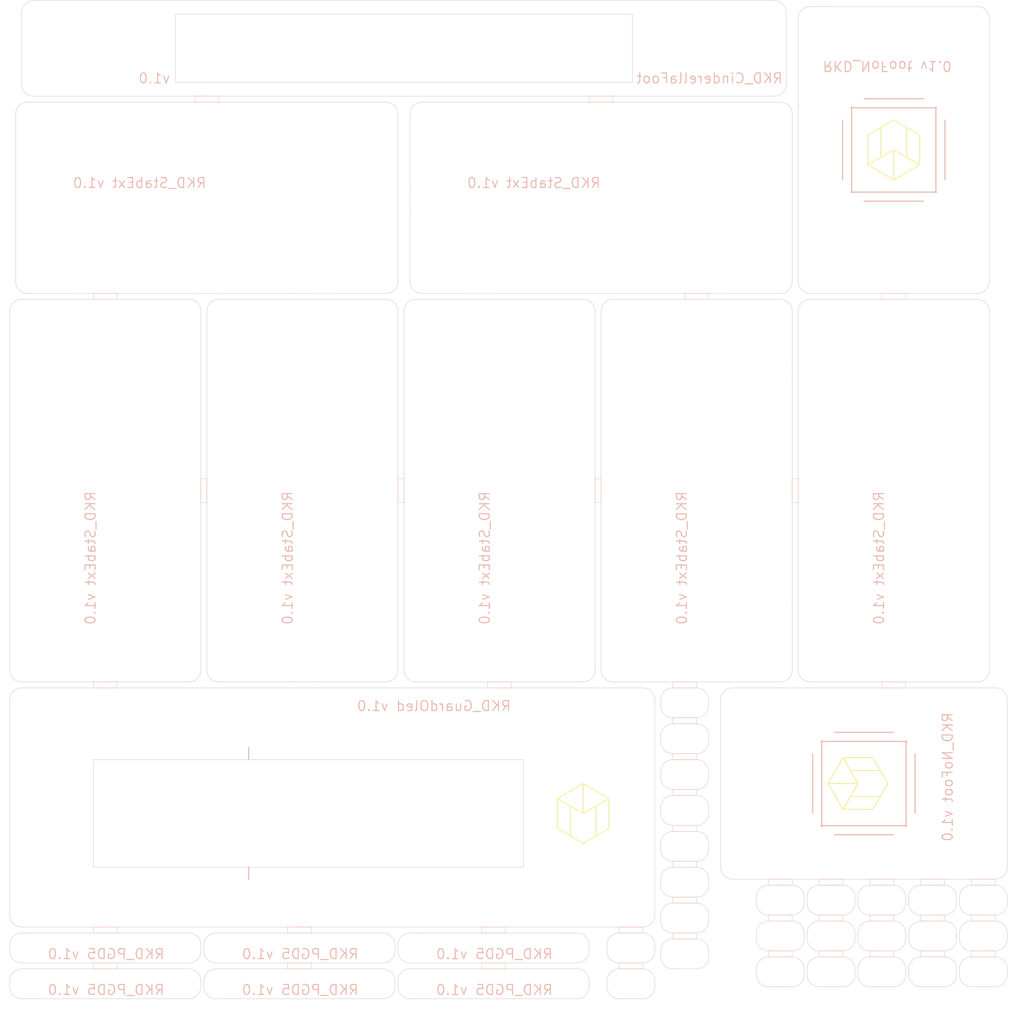
<source format=kicad_pcb>
(kicad_pcb (version 20241229) (generator "pcbnew") (generator_version "9.0")
  (layers (0 "F.Cu" signal) (2 "B.Cu" signal) (13 "F.Paste" user) (15 "B.Paste" user) (5 "F.SilkS" user "F.Silkscreen") (7 "B.SilkS" user "B.Silkscreen") (1 "F.Mask" user) (3 "B.Mask" user) (25 "Edge.Cuts" user))
  (net 0 "")
  (footprint "Rikkodo_FootPrint:rkd_cutdot" (layer "F.Cu") (at 40.480986 125.313532 180)
    (property "Reference" "REF**" (hide yes))
    (property "Value" "rkd_cutdot" (hide yes))
    (fp_line (start 1.190624 0.297656) (end 1.190482 -0.297479) (stroke (width 0.05)) (layer "Edge.Cuts"))
    (fp_line (start -1.190628 0.297656) (end -1.190768 -0.297479) (stroke (width 0.05)) (layer "Edge.Cuts"))
    (pad "" np_thru_hole circle (at -0.893198 0.000356 270) (size 0.5 0.5) (drill 0.5) (layers "*.Cu" "*.Mask"))
    (pad "" np_thru_hole circle (at -0.297886 0.000356 270) (size 0.5 0.5) (drill 0.5) (layers "*.Cu" "*.Mask"))
    (pad "" np_thru_hole circle (at 0.297426 0.000356 270) (size 0.5 0.5) (drill 0.5) (layers "*.Cu" "*.Mask"))
    (pad "" np_thru_hole circle (at 0.892738 0.000356 270) (size 0.5 0.5) (drill 0.5) (layers "*.Cu" "*.Mask"))
  )
  (footprint "Rikkodo_FootPrint:rkd_cutdot" (layer "F.Cu") (at 122.931952 148.530185)
    (property "Reference" "REF**" (hide yes))
    (property "Value" "rkd_cutdot" (hide yes))
    (fp_line (start -1.190628 0.297656) (end -1.190768 -0.297479) (stroke (width 0.05)) (layer "Edge.Cuts"))
    (fp_line (start 1.190624 0.297656) (end 1.190482 -0.297479) (stroke (width 0.05)) (layer "Edge.Cuts"))
    (pad "" np_thru_hole circle (at -0.893198 0.000356 90) (size 0.5 0.5) (drill 0.5) (layers "*.Cu" "*.Mask"))
    (pad "" np_thru_hole circle (at -0.297886 0.000356 90) (size 0.5 0.5) (drill 0.5) (layers "*.Cu" "*.Mask"))
    (pad "" np_thru_hole circle (at 0.297426 0.000356 90) (size 0.5 0.5) (drill 0.5) (layers "*.Cu" "*.Mask"))
    (pad "" np_thru_hole circle (at 0.892738 0.000356 90) (size 0.5 0.5) (drill 0.5) (layers "*.Cu" "*.Mask"))
  )
  (footprint "kbd_Hole:m2_Screw_Hole" (layer "F.Cu") (at 98.22648 127.099112 180)
    (property "Reference" "Ref**")
    (property "Value" "Val**")
    (pad "" np_thru_hole circle (at 0 0 180) (size 2.2 2.2) (drill 2.2) (layers "*.Cu" "*.Mask"))
  )
  (footprint "Rikkodo_FootPrint:rkd_cutdot" (layer "F.Cu") (at 89.594456 105.965536 90)
    (property "Reference" "REF**" (hide yes))
    (property "Value" "rkd_cutdot" (hide yes))
    (fp_line (start 1.190624 0.297656) (end 1.190482 -0.297479) (stroke (width 0.05)) (layer "Edge.Cuts"))
    (fp_line (start -1.190628 0.297656) (end -1.190768 -0.297479) (stroke (width 0.05)) (layer "Edge.Cuts"))
    (pad "" np_thru_hole circle (at -0.893198 0.000356 180) (size 0.5 0.5) (drill 0.5) (layers "*.Cu" "*.Mask"))
    (pad "" np_thru_hole circle (at -0.297886 0.000356 180) (size 0.5 0.5) (drill 0.5) (layers "*.Cu" "*.Mask"))
    (pad "" np_thru_hole circle (at 0.297426 0.000356 180) (size 0.5 0.5) (drill 0.5) (layers "*.Cu" "*.Mask"))
    (pad "" np_thru_hole circle (at 0.892738 0.000356 180) (size 0.5 0.5) (drill 0.5) (layers "*.Cu" "*.Mask"))
  )
  (footprint "Rikkodo_FootPrint:rkd_cutdot" (layer "F.Cu") (at 127.992104 148.530185)
    (property "Reference" "REF**" (hide yes))
    (property "Value" "rkd_cutdot" (hide yes))
    (fp_line (start -1.190628 0.297656) (end -1.190768 -0.297479) (stroke (width 0.05)) (layer "Edge.Cuts"))
    (fp_line (start 1.190624 0.297656) (end 1.190482 -0.297479) (stroke (width 0.05)) (layer "Edge.Cuts"))
    (pad "" np_thru_hole circle (at -0.893198 0.000356 90) (size 0.5 0.5) (drill 0.5) (layers "*.Cu" "*.Mask"))
    (pad "" np_thru_hole circle (at -0.297886 0.000356 90) (size 0.5 0.5) (drill 0.5) (layers "*.Cu" "*.Mask"))
    (pad "" np_thru_hole circle (at 0.297426 0.000356 90) (size 0.5 0.5) (drill 0.5) (layers "*.Cu" "*.Mask"))
    (pad "" np_thru_hole circle (at 0.892738 0.000356 90) (size 0.5 0.5) (drill 0.5) (layers "*.Cu" "*.Mask"))
  )
  (footprint "Rikkodo_FootPrint:rkd_cutdot" (layer "F.Cu") (at 79.771808 125.313176 180)
    (property "Reference" "REF**" (hide yes))
    (property "Value" "rkd_cutdot" (hide yes))
    (fp_line (start 1.190624 0.297656) (end 1.190482 -0.297479) (stroke (width 0.05)) (layer "Edge.Cuts"))
    (fp_line (start -1.190628 0.297656) (end -1.190768 -0.297479) (stroke (width 0.05)) (layer "Edge.Cuts"))
    (pad "" np_thru_hole circle (at -0.893198 0.000356 270) (size 0.5 0.5) (drill 0.5) (layers "*.Cu" "*.Mask"))
    (pad "" np_thru_hole circle (at -0.297886 0.000356 270) (size 0.5 0.5) (drill 0.5) (layers "*.Cu" "*.Mask"))
    (pad "" np_thru_hole circle (at 0.297426 0.000356 270) (size 0.5 0.5) (drill 0.5) (layers "*.Cu" "*.Mask"))
    (pad "" np_thru_hole circle (at 0.892738 0.000356 270) (size 0.5 0.5) (drill 0.5) (layers "*.Cu" "*.Mask"))
  )
  (footprint "kbd_Hole:m2_Screw_Hole" (layer "F.Cu") (at 105.965624 61.9125)
    (property "Reference" "Ref**")
    (property "Value" "Val**")
    (pad "" np_thru_hole circle (at 0 0) (size 2.2 2.2) (drill 2.2) (layers "*.Cu" "*.Mask"))
  )
  (footprint "Rikkodo_FootPrint:rkd_cutdot" (layer "F.Cu") (at 98.22648 125.313176)
    (property "Reference" "REF**" (hide yes))
    (property "Value" "rkd_cutdot" (hide yes))
    (fp_line (start -1.190628 0.297656) (end -1.190768 -0.297479) (stroke (width 0.05)) (layer "Edge.Cuts"))
    (fp_line (start 1.190624 0.297656) (end 1.190482 -0.297479) (stroke (width 0.05)) (layer "Edge.Cuts"))
    (pad "" np_thru_hole circle (at -0.893198 0.000356 90) (size 0.5 0.5) (drill 0.5) (layers "*.Cu" "*.Mask"))
    (pad "" np_thru_hole circle (at -0.297886 0.000356 90) (size 0.5 0.5) (drill 0.5) (layers "*.Cu" "*.Mask"))
    (pad "" np_thru_hole circle (at 0.297426 0.000356 90) (size 0.5 0.5) (drill 0.5) (layers "*.Cu" "*.Mask"))
    (pad "" np_thru_hole circle (at 0.892738 0.000356 90) (size 0.5 0.5) (drill 0.5) (layers "*.Cu" "*.Mask"))
  )
  (footprint "Rikkodo_FootPrint:rkd_cutdot" (layer "F.Cu") (at 59.828856 149.720968)
    (property "Reference" "REF**" (hide yes))
    (property "Value" "rkd_cutdot" (hide yes))
    (fp_line (start -1.190628 0.297656) (end -1.190768 -0.297479) (stroke (width 0.05)) (layer "Edge.Cuts"))
    (fp_line (start 1.190624 0.297656) (end 1.190482 -0.297479) (stroke (width 0.05)) (layer "Edge.Cuts"))
    (pad "" np_thru_hole circle (at -0.893198 0.000356 90) (size 0.5 0.5) (drill 0.5) (layers "*.Cu" "*.Mask"))
    (pad "" np_thru_hole circle (at -0.297886 0.000356 90) (size 0.5 0.5) (drill 0.5) (layers "*.Cu" "*.Mask"))
    (pad "" np_thru_hole circle (at 0.297426 0.000356 90) (size 0.5 0.5) (drill 0.5) (layers "*.Cu" "*.Mask"))
    (pad "" np_thru_hole circle (at 0.892738 0.000356 90) (size 0.5 0.5) (drill 0.5) (layers "*.Cu" "*.Mask"))
  )
  (footprint "Rikkodo_FootPrint:rkd_cutdot" (layer "F.Cu") (at 40.481216 149.720968)
    (property "Reference" "REF**" (hide yes))
    (property "Value" "rkd_cutdot" (hide yes))
    (fp_line (start -1.190628 0.297656) (end -1.190768 -0.297479) (stroke (width 0.05)) (layer "Edge.Cuts"))
    (fp_line (start 1.190624 0.297656) (end 1.190482 -0.297479) (stroke (width 0.05)) (layer "Edge.Cuts"))
    (pad "" np_thru_hole circle (at -0.893198 0.000356 90) (size 0.5 0.5) (drill 0.5) (layers "*.Cu" "*.Mask"))
    (pad "" np_thru_hole circle (at -0.297886 0.000356 90) (size 0.5 0.5) (drill 0.5) (layers "*.Cu" "*.Mask"))
    (pad "" np_thru_hole circle (at 0.297426 0.000356 90) (size 0.5 0.5) (drill 0.5) (layers "*.Cu" "*.Mask"))
    (pad "" np_thru_hole circle (at 0.892738 0.000356 90) (size 0.5 0.5) (drill 0.5) (layers "*.Cu" "*.Mask"))
  )
  (footprint "" (layer "F.Cu") (at 127.694218 148.530541)
    (property "Reference" "" (at 0 0 0) (layer "F.SilkS") (effects (font (size 1.27 1.27))))
    (property "Value" "")
    (pad "" np_thru_hole circle (at 0 0 90) (size 0.5 0.5) (drill 0.5) (layers "*.Cu" "*.Mask"))
  )
  (footprint "kbd_Parts:Stab_2u_BL" (layer "F.Cu") (at 98.524136 105.9655 90)
    (property "Reference" "SW2" (hide yes))
    (property "Value" "KEY_SWITCH" (hide yes))
    (pad "" np_thru_hole circle (at -11.938 -6.985 270) (size 3.048 3.048) (drill 3.048) (layers "*.Cu" "*.Mask"))
    (pad "" np_thru_hole circle (at -11.938 8.255 270) (size 3.9878 3.9878) (drill 3.9878) (layers "*.Cu" "*.Mask"))
    (pad "" np_thru_hole circle (at 11.938 -6.985 270) (size 3.048 3.048) (drill 3.048) (layers "*.Cu" "*.Mask"))
    (pad "" np_thru_hole circle (at 11.938 8.255 270) (size 3.9878 3.9878) (drill 3.9878) (layers "*.Cu" "*.Mask"))
  )
  (footprint "Rikkodo_FootPrint:rkd_cutdot" (layer "F.Cu") (at 98.22648 132.45692)
    (property "Reference" "REF**" (hide yes))
    (property "Value" "rkd_cutdot" (hide yes))
    (fp_line (start -1.190628 0.297656) (end -1.190768 -0.297479) (stroke (width 0.05)) (layer "Edge.Cuts"))
    (fp_line (start 1.190624 0.297656) (end 1.190482 -0.297479) (stroke (width 0.05)) (layer "Edge.Cuts"))
    (pad "" np_thru_hole circle (at -0.893198 0.000356 90) (size 0.5 0.5) (drill 0.5) (layers "*.Cu" "*.Mask"))
    (pad "" np_thru_hole circle (at -0.297886 0.000356 90) (size 0.5 0.5) (drill 0.5) (layers "*.Cu" "*.Mask"))
    (pad "" np_thru_hole circle (at 0.297426 0.000356 90) (size 0.5 0.5) (drill 0.5) (layers "*.Cu" "*.Mask"))
    (pad "" np_thru_hole circle (at 0.892738 0.000356 90) (size 0.5 0.5) (drill 0.5) (layers "*.Cu" "*.Mask"))
  )
  (footprint "Rikkodo_FootPrint:rkd_cutdot" (layer "F.Cu") (at 117.871779 152.102093)
    (property "Reference" "REF**" (hide yes))
    (property "Value" "rkd_cutdot" (hide yes))
    (fp_line (start -1.190628 0.297656) (end -1.190768 -0.297479) (stroke (width 0.05)) (layer "Edge.Cuts"))
    (fp_line (start 1.190624 0.297656) (end 1.190482 -0.297479) (stroke (width 0.05)) (layer "Edge.Cuts"))
    (pad "" np_thru_hole circle (at -0.893198 0.000356 90) (size 0.5 0.5) (drill 0.5) (layers "*.Cu" "*.Mask"))
    (pad "" np_thru_hole circle (at -0.297886 0.000356 90) (size 0.5 0.5) (drill 0.5) (layers "*.Cu" "*.Mask"))
    (pad "" np_thru_hole circle (at 0.297426 0.000356 90) (size 0.5 0.5) (drill 0.5) (layers "*.Cu" "*.Mask"))
    (pad "" np_thru_hole circle (at 0.892738 0.000356 90) (size 0.5 0.5) (drill 0.5) (layers "*.Cu" "*.Mask"))
  )
  (footprint "kbd_Hole:m2_Screw_Hole" (layer "F.Cu") (at 98.22648 148.530344 180)
    (property "Reference" "Ref**")
    (property "Value" "Val**")
    (pad "" np_thru_hole circle (at 0 0 180) (size 2.2 2.2) (drill 2.2) (layers "*.Cu" "*.Mask"))
  )
  (footprint "kbd_Hole:m2_Screw_Hole" (layer "F.Cu") (at 117.871779 153.888029 180)
    (property "Reference" "Ref**")
    (property "Value" "Val**")
    (pad "" np_thru_hole circle (at 0 0 180) (size 2.2 2.2) (drill 2.2) (layers "*.Cu" "*.Mask"))
  )
  (footprint "kbd_Hole:m2_Screw_Hole" (layer "F.Cu") (at 52.684951 155.078368 180)
    (property "Reference" "Ref**")
    (property "Value" "Val**")
    (pad "" np_thru_hole circle (at 0 0 180) (size 2.2 2.2) (drill 2.2) (layers "*.Cu" "*.Mask"))
  )
  (footprint "kbd_Parts:Stab_2u_BL" (layer "F.Cu") (at 118.169504 105.965625 90)
    (property "Reference" "SW2" (hide yes))
    (property "Value" "KEY_SWITCH" (hide yes))
    (pad "" np_thru_hole circle (at -11.938 -6.985 270) (size 3.048 3.048) (drill 3.048) (layers "*.Cu" "*.Mask"))
    (pad "" np_thru_hole circle (at -11.938 8.255 270) (size 3.9878 3.9878) (drill 3.9878) (layers "*.Cu" "*.Mask"))
    (pad "" np_thru_hole circle (at 11.938 -6.985 270) (size 3.048 3.048) (drill 3.048) (layers "*.Cu" "*.Mask"))
    (pad "" np_thru_hole circle (at 11.938 8.255 270) (size 3.9878 3.9878) (drill 3.9878) (layers "*.Cu" "*.Mask"))
  )
  (footprint "kbd_Hole:m2_Screw_Hole" (layer "F.Cu") (at 127.992077 146.744288 180)
    (property "Reference" "Ref**")
    (property "Value" "Val**")
    (pad "" np_thru_hole circle (at 0 0 180) (size 2.2 2.2) (drill 2.2) (layers "*.Cu" "*.Mask"))
  )
  (footprint "kbd_Hole:m2_Screw_Hole" (layer "F.Cu") (at 112.811624 146.744408 180)
    (property "Reference" "Ref**")
    (property "Value" "Val**")
    (pad "" np_thru_hole circle (at 0 0 180) (size 2.2 2.2) (drill 2.2) (layers "*.Cu" "*.Mask"))
  )
  (footprint "Rikkodo_FootPrint:rkd_cutdot" (layer "F.Cu") (at 98.22648 139.600664)
    (property "Reference" "REF**" (hide yes))
    (property "Value" "rkd_cutdot" (hide yes))
    (fp_line (start -1.190628 0.297656) (end -1.190768 -0.297479) (stroke (width 0.05)) (layer "Edge.Cuts"))
    (fp_line (start 1.190624 0.297656) (end 1.190482 -0.297479) (stroke (width 0.05)) (layer "Edge.Cuts"))
    (pad "" np_thru_hole circle (at -0.893198 0.000356 90) (size 0.5 0.5) (drill 0.5) (layers "*.Cu" "*.Mask"))
    (pad "" np_thru_hole circle (at -0.297886 0.000356 90) (size 0.5 0.5) (drill 0.5) (layers "*.Cu" "*.Mask"))
    (pad "" np_thru_hole circle (at 0.297426 0.000356 90) (size 0.5 0.5) (drill 0.5) (layers "*.Cu" "*.Mask"))
    (pad "" np_thru_hole circle (at 0.892738 0.000356 90) (size 0.5 0.5) (drill 0.5) (layers "*.Cu" "*.Mask"))
  )
  (footprint "Rikkodo_FootPrint:rkd_cutdot" (layer "F.Cu") (at 50.303864 105.965536 90)
    (property "Reference" "REF**" (hide yes))
    (property "Value" "rkd_cutdot" (hide yes))
    (fp_line (start 1.190624 0.297656) (end 1.190482 -0.297479) (stroke (width 0.05)) (layer "Edge.Cuts"))
    (fp_line (start -1.190628 0.297656) (end -1.190768 -0.297479) (stroke (width 0.05)) (layer "Edge.Cuts"))
    (pad "" np_thru_hole circle (at -0.893198 0.000356 180) (size 0.5 0.5) (drill 0.5) (layers "*.Cu" "*.Mask"))
    (pad "" np_thru_hole circle (at -0.297886 0.000356 180) (size 0.5 0.5) (drill 0.5) (layers "*.Cu" "*.Mask"))
    (pad "" np_thru_hole circle (at 0.297426 0.000356 180) (size 0.5 0.5) (drill 0.5) (layers "*.Cu" "*.Mask"))
    (pad "" np_thru_hole circle (at 0.892738 0.000356 180) (size 0.5 0.5) (drill 0.5) (layers "*.Cu" "*.Mask"))
  )
  (footprint "kbd_Hole:m2_Screw_Hole" (layer "F.Cu") (at 98.22648 137.814728 180)
    (property "Reference" "Ref**")
    (property "Value" "Val**")
    (pad "" np_thru_hole circle (at 0 0 180) (size 2.2 2.2) (drill 2.2) (layers "*.Cu" "*.Mask"))
  )
  (footprint "kbd_Hole:m2_Screw_Hole" (layer "F.Cu") (at 47.624815 151.506905 180)
    (property "Reference" "Ref**")
    (property "Value" "Val**")
    (pad "" np_thru_hole circle (at 0 0 180) (size 2.2 2.2) (drill 2.2) (layers "*.Cu" "*.Mask"))
  )
  (footprint "Rikkodo_FootPrint:rkd_cutdot" (layer "F.Cu") (at 40.481187 153.292484)
    (property "Reference" "REF**" (hide yes))
    (property "Value" "rkd_cutdot" (hide yes))
    (fp_line (start -1.190628 0.297656) (end -1.190768 -0.297479) (stroke (width 0.05)) (layer "Edge.Cuts"))
    (fp_line (start 1.190624 0.297656) (end 1.190482 -0.297479) (stroke (width 0.05)) (layer "Edge.Cuts"))
    (pad "" np_thru_hole circle (at -0.893198 0.000356 90) (size 0.5 0.5) (drill 0.5) (layers "*.Cu" "*.Mask"))
    (pad "" np_thru_hole circle (at -0.297886 0.000356 90) (size 0.5 0.5) (drill 0.5) (layers "*.Cu" "*.Mask"))
    (pad "" np_thru_hole circle (at 0.297426 0.000356 90) (size 0.5 0.5) (drill 0.5) (layers "*.Cu" "*.Mask"))
    (pad "" np_thru_hole circle (at 0.892738 0.000356 90) (size 0.5 0.5) (drill 0.5) (layers "*.Cu" "*.Mask"))
  )
  (footprint "kbd_Hole:m2_Screw_Hole" (layer "F.Cu") (at 107.751476 146.744286 180)
    (property "Reference" "Ref**")
    (property "Value" "Val**")
    (pad "" np_thru_hole circle (at 0 0 180) (size 2.2 2.2) (drill 2.2) (layers "*.Cu" "*.Mask"))
  )
  (footprint "kbd_Hole:m2_Screw_Hole" (layer "F.Cu") (at 33.337303 151.506905 180)
    (property "Reference" "Ref**")
    (property "Value" "Val**")
    (pad "" np_thru_hole circle (at 0 0 180) (size 2.2 2.2) (drill 2.2) (layers "*.Cu" "*.Mask"))
  )
  (footprint "Rikkodo_FootPrint:rkd_cutdot" (layer "F.Cu") (at 98.22648 128.885048)
    (property "Reference" "REF**" (hide yes))
    (property "Value" "rkd_cutdot" (hide yes))
    (fp_line (start -1.190628 0.297656) (end -1.190768 -0.297479) (stroke (width 0.05)) (layer "Edge.Cuts"))
    (fp_line (start 1.190624 0.297656) (end 1.190482 -0.297479) (stroke (width 0.05)) (layer "Edge.Cuts"))
    (pad "" np_thru_hole circle (at -0.893198 0.000356 90) (size 0.5 0.5) (drill 0.5) (layers "*.Cu" "*.Mask"))
    (pad "" np_thru_hole circle (at -0.297886 0.000356 90) (size 0.5 0.5) (drill 0.5) (layers "*.Cu" "*.Mask"))
    (pad "" np_thru_hole circle (at 0.297426 0.000356 90) (size 0.5 0.5) (drill 0.5) (layers "*.Cu" "*.Mask"))
    (pad "" np_thru_hole circle (at 0.892738 0.000356 90) (size 0.5 0.5) (drill 0.5) (layers "*.Cu" "*.Mask"))
  )
  (footprint "kbd_Hole:m2_Screw_Hole" (layer "F.Cu") (at 72.032583 151.506905 180)
    (property "Reference" "Ref**")
    (property "Value" "Val**")
    (pad "" np_thru_hole circle (at 0 0 180) (size 2.2 2.2) (drill 2.2) (layers "*.Cu" "*.Mask"))
  )
  (footprint "kbd_Hole:m2_Screw_Hole" (layer "F.Cu") (at 127.992077 153.888032 180)
    (property "Reference" "Ref**")
    (property "Value" "Val**")
    (pad "" np_thru_hole circle (at 0 0 180) (size 2.2 2.2) (drill 2.2) (layers "*.Cu" "*.Mask"))
  )
  (footprint "kbd_Hole:m2_Screw_Hole" (layer "F.Cu") (at 98.22648 130.670984 180)
    (property "Reference" "Ref**")
    (property "Value" "Val**")
    (pad "" np_thru_hole circle (at 0 0 180) (size 2.2 2.2) (drill 2.2) (layers "*.Cu" "*.Mask"))
  )
  (footprint "Rikkodo_FootPrint:rkd_cutdot" (layer "F.Cu") (at 40.481216 86.617896 180)
    (property "Reference" "REF**" (hide yes))
    (property "Value" "rkd_cutdot" (hide yes))
    (fp_line (start 1.190624 0.297656) (end 1.190482 -0.297479) (stroke (width 0.05)) (layer "Edge.Cuts"))
    (fp_line (start -1.190628 0.297656) (end -1.190768 -0.297479) (stroke (width 0.05)) (layer "Edge.Cuts"))
    (pad "" np_thru_hole circle (at -0.893198 0.000356 270) (size 0.5 0.5) (drill 0.5) (layers "*.Cu" "*.Mask"))
    (pad "" np_thru_hole circle (at -0.297886 0.000356 270) (size 0.5 0.5) (drill 0.5) (layers "*.Cu" "*.Mask"))
    (pad "" np_thru_hole circle (at 0.297426 0.000356 270) (size 0.5 0.5) (drill 0.5) (layers "*.Cu" "*.Mask"))
    (pad "" np_thru_hole circle (at 0.892738 0.000356 270) (size 0.5 0.5) (drill 0.5) (layers "*.Cu" "*.Mask"))
  )
  (footprint "Rikkodo_FootPrint:rkd_cutdot" (layer "F.Cu") (at 89.892112 66.9726 180)
    (property "Reference" "REF**" (hide yes))
    (property "Value" "rkd_cutdot" (hide yes))
    (fp_line (start 1.190624 0.297656) (end 1.190482 -0.297479) (stroke (width 0.05)) (layer "Edge.Cuts"))
    (fp_line (start -1.190628 0.297656) (end -1.190768 -0.297479) (stroke (width 0.05)) (layer "Edge.Cuts"))
    (pad "" np_thru_hole circle (at -0.893198 0.000356 270) (size 0.5 0.5) (drill 0.5) (layers "*.Cu" "*.Mask"))
    (pad "" np_thru_hole circle (at -0.297886 0.000356 270) (size 0.5 0.5) (drill 0.5) (layers "*.Cu" "*.Mask"))
    (pad "" np_thru_hole circle (at 0.297426 0.000356 270) (size 0.5 0.5) (drill 0.5) (layers "*.Cu" "*.Mask"))
    (pad "" np_thru_hole circle (at 0.892738 0.000356 270) (size 0.5 0.5) (drill 0.5) (layers "*.Cu" "*.Mask"))
  )
  (footprint "Rikkodo_FootPrint:rkd_cutdot" (layer "F.Cu") (at 107.751476 152.102094)
    (property "Reference" "REF**" (hide yes))
    (property "Value" "rkd_cutdot" (hide yes))
    (fp_line (start -1.190628 0.297656) (end -1.190768 -0.297479) (stroke (width 0.05)) (layer "Edge.Cuts"))
    (fp_line (start 1.190624 0.297656) (end 1.190482 -0.297479) (stroke (width 0.05)) (layer "Edge.Cuts"))
    (pad "" np_thru_hole circle (at -0.893198 0.000356 90) (size 0.5 0.5) (drill 0.5) (layers "*.Cu" "*.Mask"))
    (pad "" np_thru_hole circle (at -0.297886 0.000356 90) (size 0.5 0.5) (drill 0.5) (layers "*.Cu" "*.Mask"))
    (pad "" np_thru_hole circle (at 0.297426 0.000356 90) (size 0.5 0.5) (drill 0.5) (layers "*.Cu" "*.Mask"))
    (pad "" np_thru_hole circle (at 0.892738 0.000356 90) (size 0.5 0.5) (drill 0.5) (layers "*.Cu" "*.Mask"))
  )
  (footprint "Rikkodo_FootPrint:rkd_cutdot" (layer "F.Cu") (at 117.872145 144.957857)
    (property "Reference" "REF**" (hide yes))
    (property "Value" "rkd_cutdot" (hide yes))
    (fp_line (start -1.190628 0.297656) (end -1.190768 -0.297479) (stroke (width 0.05)) (layer "Edge.Cuts"))
    (fp_line (start 1.190624 0.297656) (end 1.190482 -0.297479) (stroke (width 0.05)) (layer "Edge.Cuts"))
    (pad "" np_thru_hole circle (at -0.893198 0.000356 90) (size 0.5 0.5) (drill 0.5) (layers "*.Cu" "*.Mask"))
    (pad "" np_thru_hole circle (at -0.297886 0.000356 90) (size 0.5 0.5) (drill 0.5) (layers "*.Cu" "*.Mask"))
    (pad "" np_thru_hole circle (at 0.297426 0.000356 90) (size 0.5 0.5) (drill 0.5) (layers "*.Cu" "*.Mask"))
    (pad "" np_thru_hole circle (at 0.892738 0.000356 90) (size 0.5 0.5) (drill 0.5) (layers "*.Cu" "*.Mask"))
  )
  (footprint "kbd_Hole:m2_Screw_Hole" (layer "F.Cu") (at 107.751476 153.88803 180)
    (property "Reference" "Ref**")
    (property "Value" "Val**")
    (pad "" np_thru_hole circle (at 0 0 180) (size 2.2 2.2) (drill 2.2) (layers "*.Cu" "*.Mask"))
  )
  (footprint "Rikkodo_FootPrint:rkd_cutdot" (layer "F.Cu") (at 119.0624 125.313176 180)
    (property "Reference" "REF**" (hide yes))
    (property "Value" "rkd_cutdot" (hide yes))
    (fp_line (start 1.190624 0.297656) (end 1.190482 -0.297479) (stroke (width 0.05)) (layer "Edge.Cuts"))
    (fp_line (start -1.190628 0.297656) (end -1.190768 -0.297479) (stroke (width 0.05)) (layer "Edge.Cuts"))
    (pad "" np_thru_hole circle (at -0.893198 0.000356 270) (size 0.5 0.5) (drill 0.5) (layers "*.Cu" "*.Mask"))
    (pad "" np_thru_hole circle (at -0.297886 0.000356 270) (size 0.5 0.5) (drill 0.5) (layers "*.Cu" "*.Mask"))
    (pad "" np_thru_hole circle (at 0.297426 0.000356 270) (size 0.5 0.5) (drill 0.5) (layers "*.Cu" "*.Mask"))
    (pad "" np_thru_hole circle (at 0.892738 0.000356 270) (size 0.5 0.5) (drill 0.5) (layers "*.Cu" "*.Mask"))
  )
  (footprint "Rikkodo_FootPrint:rkd_cutdot" (layer "F.Cu") (at 107.751503 148.530183)
    (property "Reference" "REF**" (hide yes))
    (property "Value" "rkd_cutdot" (hide yes))
    (fp_line (start -1.190628 0.297656) (end -1.190768 -0.297479) (stroke (width 0.05)) (layer "Edge.Cuts"))
    (fp_line (start 1.190624 0.297656) (end 1.190482 -0.297479) (stroke (width 0.05)) (layer "Edge.Cuts"))
    (pad "" np_thru_hole circle (at -0.893198 0.000356 90) (size 0.5 0.5) (drill 0.5) (layers "*.Cu" "*.Mask"))
    (pad "" np_thru_hole circle (at -0.297886 0.000356 90) (size 0.5 0.5) (drill 0.5) (layers "*.Cu" "*.Mask"))
    (pad "" np_thru_hole circle (at 0.297426 0.000356 90) (size 0.5 0.5) (drill 0.5) (layers "*.Cu" "*.Mask"))
    (pad "" np_thru_hole circle (at 0.892738 0.000356 90) (size 0.5 0.5) (drill 0.5) (layers "*.Cu" "*.Mask"))
  )
  (footprint "kbd_Hole:m2_Screw_Hole" (layer "F.Cu") (at 112.811624 153.888152 180)
    (property "Reference" "Ref**")
    (property "Value" "Val**")
    (pad "" np_thru_hole circle (at 0 0 180) (size 2.2 2.2) (drill 2.2) (layers "*.Cu" "*.Mask"))
  )
  (footprint "Rikkodo_FootPrint:rkd_cutdot" (layer "F.Cu") (at 122.931925 152.102096)
    (property "Reference" "REF**" (hide yes))
    (property "Value" "rkd_cutdot" (hide yes))
    (fp_line (start -1.190628 0.297656) (end -1.190768 -0.297479) (stroke (width 0.05)) (layer "Edge.Cuts"))
    (fp_line (start 1.190624 0.297656) (end 1.190482 -0.297479) (stroke (width 0.05)) (layer "Edge.Cuts"))
    (pad "" np_thru_hole circle (at -0.893198 0.000356 90) (size 0.5 0.5) (drill 0.5) (layers "*.Cu" "*.Mask"))
    (pad "" np_thru_hole circle (at -0.297886 0.000356 90) (size 0.5 0.5) (drill 0.5) (layers "*.Cu" "*.Mask"))
    (pad "" np_thru_hole circle (at 0.297426 0.000356 90) (size 0.5 0.5) (drill 0.5) (layers "*.Cu" "*.Mask"))
    (pad "" np_thru_hole circle (at 0.892738 0.000356 90) (size 0.5 0.5) (drill 0.5) (layers "*.Cu" "*.Mask"))
  )
  (footprint "Rikkodo_FootPrint:rkd_cutdot" (layer "F.Cu") (at 69.94916 105.965536 90)
    (property "Reference" "REF**" (hide yes))
    (property "Value" "rkd_cutdot" (hide yes))
    (fp_line (start 1.190624 0.297656) (end 1.190482 -0.297479) (stroke (width 0.05)) (layer "Edge.Cuts"))
    (fp_line (start -1.190628 0.297656) (end -1.190768 -0.297479) (stroke (width 0.05)) (layer "Edge.Cuts"))
    (pad "" np_thru_hole circle (at -0.893198 0.000356 180) (size 0.5 0.5) (drill 0.5) (layers "*.Cu" "*.Mask"))
    (pad "" np_thru_hole circle (at -0.297886 0.000356 180) (size 0.5 0.5) (drill 0.5) (layers "*.Cu" "*.Mask"))
    (pad "" np_thru_hole circle (at 0.297426 0.000356 180) (size 0.5 0.5) (drill 0.5) (layers "*.Cu" "*.Mask"))
    (pad "" np_thru_hole circle (at 0.892738 0.000356 180) (size 0.5 0.5) (drill 0.5) (layers "*.Cu" "*.Mask"))
  )
  (footprint "Rikkodo_FootPrint:rkd_cutdot" (layer "F.Cu") (at 107.751842 144.957858)
    (property "Reference" "REF**" (hide yes))
    (property "Value" "rkd_cutdot" (hide yes))
    (fp_line (start -1.190628 0.297656) (end -1.190768 -0.297479) (stroke (width 0.05)) (layer "Edge.Cuts"))
    (fp_line (start 1.190624 0.297656) (end 1.190482 -0.297479) (stroke (width 0.05)) (layer "Edge.Cuts"))
    (pad "" np_thru_hole circle (at -0.893198 0.000356 90) (size 0.5 0.5) (drill 0.5) (layers "*.Cu" "*.Mask"))
    (pad "" np_thru_hole circle (at -0.297886 0.000356 90) (size 0.5 0.5) (drill 0.5) (layers "*.Cu" "*.Mask"))
    (pad "" np_thru_hole circle (at 0.297426 0.000356 90) (size 0.5 0.5) (drill 0.5) (layers "*.Cu" "*.Mask"))
    (pad "" np_thru_hole circle (at 0.892738 0.000356 90) (size 0.5 0.5) (drill 0.5) (layers "*.Cu" "*.Mask"))
  )
  (footprint "kbd_Hole:m2_Screw_Hole" (layer "F.Cu") (at 127.992077 150.31616 180)
    (property "Reference" "Ref**")
    (property "Value" "Val**")
    (pad "" np_thru_hole circle (at 0 0 180) (size 2.2 2.2) (drill 2.2) (layers "*.Cu" "*.Mask"))
  )
  (footprint "Rikkodo_FootPrint:rkd_cutdot" (layer "F.Cu") (at 112.811624 152.102216)
    (property "Reference" "REF**" (hide yes))
    (property "Value" "rkd_cutdot" (hide yes))
    (fp_line (start -1.190628 0.297656) (end -1.190768 -0.297479) (stroke (width 0.05)) (layer "Edge.Cuts"))
    (fp_line (start 1.190624 0.297656) (end 1.190482 -0.297479) (stroke (width 0.05)) (layer "Edge.Cuts"))
    (pad "" np_thru_hole circle (at -0.893198 0.000356 90) (size 0.5 0.5) (drill 0.5) (layers "*.Cu" "*.Mask"))
    (pad "" np_thru_hole circle (at -0.297886 0.000356 90) (size 0.5 0.5) (drill 0.5) (layers "*.Cu" "*.Mask"))
    (pad "" np_thru_hole circle (at 0.297426 0.000356 90) (size 0.5 0.5) (drill 0.5) (layers "*.Cu" "*.Mask"))
    (pad "" np_thru_hole circle (at 0.892738 0.000356 90) (size 0.5 0.5) (drill 0.5) (layers "*.Cu" "*.Mask"))
  )
  (footprint "" (layer "F.Cu") (at 107.453617 148.530539)
    (property "Reference" "" (at 0 0 0) (layer "F.SilkS") (effects (font (size 1.27 1.27))))
    (property "Value" "")
    (pad "" np_thru_hole circle (at 0 0 90) (size 0.5 0.5) (drill 0.5) (layers "*.Cu" "*.Mask"))
  )
  (footprint "kbd_Parts:Stab_2u_BL" (layer "F.Cu") (at 39.588155 105.965534 90)
    (property "Reference" "SW2" (hide yes))
    (property "Value" "KEY_SWITCH" (hide yes))
    (pad "" np_thru_hole circle (at -11.938 -6.985 270) (size 3.048 3.048) (drill 3.048) (layers "*.Cu" "*.Mask"))
    (pad "" np_thru_hole circle (at -11.938 8.255 270) (size 3.9878 3.9878) (drill 3.9878) (layers "*.Cu" "*.Mask"))
    (pad "" np_thru_hole circle (at 11.938 -6.985 270) (size 3.048 3.048) (drill 3.048) (layers "*.Cu" "*.Mask"))
    (pad "" np_thru_hole circle (at 11.938 8.255 270) (size 3.9878 3.9878) (drill 3.9878) (layers "*.Cu" "*.Mask"))
  )
  (footprint "Rikkodo_FootPrint:rkd_cutdot" (layer "F.Cu") (at 127.992077 152.102096)
    (property "Reference" "REF**" (hide yes))
    (property "Value" "rkd_cutdot" (hide yes))
    (fp_line (start -1.190628 0.297656) (end -1.190768 -0.297479) (stroke (width 0.05)) (layer "Edge.Cuts"))
    (fp_line (start 1.190624 0.297656) (end 1.190482 -0.297479) (stroke (width 0.05)) (layer "Edge.Cuts"))
    (pad "" np_thru_hole circle (at -0.893198 0.000356 90) (size 0.5 0.5) (drill 0.5) (layers "*.Cu" "*.Mask"))
    (pad "" np_thru_hole circle (at -0.297886 0.000356 90) (size 0.5 0.5) (drill 0.5) (layers "*.Cu" "*.Mask"))
    (pad "" np_thru_hole circle (at 0.297426 0.000356 90) (size 0.5 0.5) (drill 0.5) (layers "*.Cu" "*.Mask"))
    (pad "" np_thru_hole circle (at 0.892738 0.000356 90) (size 0.5 0.5) (drill 0.5) (layers "*.Cu" "*.Mask"))
  )
  (footprint "kbd_Hole:m2_Screw_Hole" (layer "F.Cu") (at 122.931925 150.31616 180)
    (property "Reference" "Ref**")
    (property "Value" "Val**")
    (pad "" np_thru_hole circle (at 0 0 180) (size 2.2 2.2) (drill 2.2) (layers "*.Cu" "*.Mask"))
  )
  (footprint "" (layer "F.Cu") (at 122.634066 148.530541)
    (property "Reference" "" (at 0 0 0) (layer "F.SilkS") (effects (font (size 1.27 1.27))))
    (property "Value" "")
    (pad "" np_thru_hole circle (at 0 0 90) (size 0.5 0.5) (drill 0.5) (layers "*.Cu" "*.Mask"))
  )
  (footprint "kbd_Hole:m2_Screw_Hole" (layer "F.Cu") (at 98.22648 134.242856 180)
    (property "Reference" "Ref**")
    (property "Value" "Val**")
    (pad "" np_thru_hole circle (at 0 0 180) (size 2.2 2.2) (drill 2.2) (layers "*.Cu" "*.Mask"))
  )
  (footprint "Rikkodo_FootPrint:rkd_cutdot" (layer "F.Cu") (at 92.868672 153.292576)
    (property "Reference" "REF**" (hide yes))
    (property "Value" "rkd_cutdot" (hide yes))
    (fp_line (start -1.190628 0.297656) (end -1.190768 -0.297479) (stroke (width 0.05)) (layer "Edge.Cuts"))
    (fp_line (start 1.190624 0.297656) (end 1.190482 -0.297479) (stroke (width 0.05)) (layer "Edge.Cuts"))
    (pad "" np_thru_hole circle (at -0.893198 0.000356 90) (size 0.5 0.5) (drill 0.5) (layers "*.Cu" "*.Mask"))
    (pad "" np_thru_hole circle (at -0.297886 0.000356 90) (size 0.5 0.5) (drill 0.5) (layers "*.Cu" "*.Mask"))
    (pad "" np_thru_hole circle (at 0.297426 0.000356 90) (size 0.5 0.5) (drill 0.5) (layers "*.Cu" "*.Mask"))
    (pad "" np_thru_hole circle (at 0.892738 0.000356 90) (size 0.5 0.5) (drill 0.5) (layers "*.Cu" "*.Mask"))
  )
  (footprint "Rikkodo_FootPrint:rkd_cutdot" (layer "F.Cu") (at 109.239752 105.965536 90)
    (property "Reference" "REF**" (hide yes))
    (property "Value" "rkd_cutdot" (hide yes))
    (fp_line (start 1.190624 0.297656) (end 1.190482 -0.297479) (stroke (width 0.05)) (layer "Edge.Cuts"))
    (fp_line (start -1.190628 0.297656) (end -1.190768 -0.297479) (stroke (width 0.05)) (layer "Edge.Cuts"))
    (pad "" np_thru_hole circle (at -0.893198 0.000356 180) (size 0.5 0.5) (drill 0.5) (layers "*.Cu" "*.Mask"))
    (pad "" np_thru_hole circle (at -0.297886 0.000356 180) (size 0.5 0.5) (drill 0.5) (layers "*.Cu" "*.Mask"))
    (pad "" np_thru_hole circle (at 0.297426 0.000356 180) (size 0.5 0.5) (drill 0.5) (layers "*.Cu" "*.Mask"))
    (pad "" np_thru_hole circle (at 0.892738 0.000356 180) (size 0.5 0.5) (drill 0.5) (layers "*.Cu" "*.Mask"))
  )
  (footprint "kbd_Hole:m2_Screw_Hole" (layer "F.Cu") (at 33.337311 155.078368 180)
    (property "Reference" "Ref**")
    (property "Value" "Val**")
    (pad "" np_thru_hole circle (at 0 0 180) (size 2.2 2.2) (drill 2.2) (layers "*.Cu" "*.Mask"))
  )
  (footprint "Rikkodo_FootPrint:rkd_cutdot" (layer "F.Cu") (at 112.811651 148.530305)
    (property "Reference" "REF**" (hide yes))
    (property "Value" "rkd_cutdot" (hide yes))
    (fp_line (start -1.190628 0.297656) (end -1.190768 -0.297479) (stroke (width 0.05)) (layer "Edge.Cuts"))
    (fp_line (start 1.190624 0.297656) (end 1.190482 -0.297479) (stroke (width 0.05)) (layer "Edge.Cuts"))
    (pad "" np_thru_hole circle (at -0.893198 0.000356 90) (size 0.5 0.5) (drill 0.5) (layers "*.Cu" "*.Mask"))
    (pad "" np_thru_hole circle (at -0.297886 0.000356 90) (size 0.5 0.5) (drill 0.5) (layers "*.Cu" "*.Mask"))
    (pad "" np_thru_hole circle (at 0.297426 0.000356 90) (size 0.5 0.5) (drill 0.5) (layers "*.Cu" "*.Mask"))
    (pad "" np_thru_hole circle (at 0.892738 0.000356 90) (size 0.5 0.5) (drill 0.5) (layers "*.Cu" "*.Mask"))
  )
  (footprint "kbd_Hole:m2_Screw_Hole" (layer "F.Cu") (at 52.684943 151.506905 180)
    (property "Reference" "Ref**")
    (property "Value" "Val**")
    (pad "" np_thru_hole circle (at 0 0 180) (size 2.2 2.2) (drill 2.2) (layers "*.Cu" "*.Mask"))
  )
  (footprint "kbd_Hole:m2_Screw_Hole" (layer "F.Cu") (at 92.868777 132.754793)
    (property "Reference" "Ref**")
    (property "Value" "Val**")
    (pad "" np_thru_hole circle (at 0 0) (size 2.2 2.2) (drill 2.2) (layers "*.Cu" "*.Mask"))
  )
  (footprint "" (layer "F.Cu") (at 117.57392 148.530538)
    (property "Reference" "" (at 0 0 0) (layer "F.SilkS") (effects (font (size 1.27 1.27))))
    (property "Value" "")
    (pad "" np_thru_hole circle (at 0 0 90) (size 0.5 0.5) (drill 0.5) (layers "*.Cu" "*.Mask"))
  )
  (footprint "kbd_Hole:m2_Screw_Hole" (layer "F.Cu") (at 34.528124 61.9125)
    (property "Reference" "Ref**")
    (property "Value" "Val**")
    (pad "" np_thru_hole circle (at 0 0) (size 2.2 2.2) (drill 2.2) (layers "*.Cu" "*.Mask"))
  )
  (footprint "Rikkodo_FootPrint:rkd_cutdot" (layer "F.Cu") (at 122.932291 144.95786)
    (property "Reference" "REF**" (hide yes))
    (property "Value" "rkd_cutdot" (hide yes))
    (fp_line (start -1.190628 0.297656) (end -1.190768 -0.297479) (stroke (width 0.05)) (layer "Edge.Cuts"))
    (fp_line (start 1.190624 0.297656) (end 1.190482 -0.297479) (stroke (width 0.05)) (layer "Edge.Cuts"))
    (pad "" np_thru_hole circle (at -0.893198 0.000356 90) (size 0.5 0.5) (drill 0.5) (layers "*.Cu" "*.Mask"))
    (pad "" np_thru_hole circle (at -0.297886 0.000356 90) (size 0.5 0.5) (drill 0.5) (layers "*.Cu" "*.Mask"))
    (pad "" np_thru_hole circle (at 0.297426 0.000356 90) (size 0.5 0.5) (drill 0.5) (layers "*.Cu" "*.Mask"))
    (pad "" np_thru_hole circle (at 0.892738 0.000356 90) (size 0.5 0.5) (drill 0.5) (layers "*.Cu" "*.Mask"))
  )
  (footprint "Rikkodo_FootPrint:rkd_cutdot" (layer "F.Cu") (at 119.0624 86.617896 180)
    (property "Reference" "REF**" (hide yes))
    (property "Value" "rkd_cutdot" (hide yes))
    (fp_line (start 1.190624 0.297656) (end 1.190482 -0.297479) (stroke (width 0.05)) (layer "Edge.Cuts"))
    (fp_line (start -1.190628 0.297656) (end -1.190768 -0.297479) (stroke (width 0.05)) (layer "Edge.Cuts"))
    (pad "" np_thru_hole circle (at -0.893198 0.000356 270) (size 0.5 0.5) (drill 0.5) (layers "*.Cu" "*.Mask"))
    (pad "" np_thru_hole circle (at -0.297886 0.000356 270) (size 0.5 0.5) (drill 0.5) (layers "*.Cu" "*.Mask"))
    (pad "" np_thru_hole circle (at 0.297426 0.000356 270) (size 0.5 0.5) (drill 0.5) (layers "*.Cu" "*.Mask"))
    (pad "" np_thru_hole circle (at 0.892738 0.000356 270) (size 0.5 0.5) (drill 0.5) (layers "*.Cu" "*.Mask"))
  )
  (footprint "kbd_Parts:Stab_2u_BL" (layer "F.Cu") (at 78.878813 105.965536 90)
    (property "Reference" "SW2" (hide yes))
    (property "Value" "KEY_SWITCH" (hide yes))
    (pad "" np_thru_hole circle (at -11.938 -6.985 270) (size 3.048 3.048) (drill 3.048) (layers "*.Cu" "*.Mask"))
    (pad "" np_thru_hole circle (at -11.938 8.255 270) (size 3.9878 3.9878) (drill 3.9878) (layers "*.Cu" "*.Mask"))
    (pad "" np_thru_hole circle (at 11.938 -6.985 270) (size 3.048 3.048) (drill 3.048) (layers "*.Cu" "*.Mask"))
    (pad "" np_thru_hole circle (at 11.938 8.255 270) (size 3.9878 3.9878) (drill 3.9878) (layers "*.Cu" "*.Mask"))
  )
  (footprint "kbd_Hole:m2_Screw_Hole" (layer "F.Cu") (at 112.811624 150.31628 180)
    (property "Reference" "Ref**")
    (property "Value" "Val**")
    (pad "" np_thru_hole circle (at 0 0 180) (size 2.2 2.2) (drill 2.2) (layers "*.Cu" "*.Mask"))
  )
  (footprint "Rikkodo_FootPrint:rkd_cutdot" (layer "F.Cu") (at 127.992443 144.95786)
    (property "Reference" "REF**" (hide yes))
    (property "Value" "rkd_cutdot" (hide yes))
    (fp_line (start -1.190628 0.297656) (end -1.190768 -0.297479) (stroke (width 0.05)) (layer "Edge.Cuts"))
    (fp_line (start 1.190624 0.297656) (end 1.190482 -0.297479) (stroke (width 0.05)) (layer "Edge.Cuts"))
    (pad "" np_thru_hole circle (at -0.893198 0.000356 90) (size 0.5 0.5) (drill 0.5) (layers "*.Cu" "*.Mask"))
    (pad "" np_thru_hole circle (at -0.297886 0.000356 90) (size 0.5 0.5) (drill 0.5) (layers "*.Cu" "*.Mask"))
    (pad "" np_thru_hole circle (at 0.297426 0.000356 90) (size 0.5 0.5) (drill 0.5) (layers "*.Cu" "*.Mask"))
    (pad "" np_thru_hole circle (at 0.892738 0.000356 90) (size 0.5 0.5) (drill 0.5) (layers "*.Cu" "*.Mask"))
  )
  (footprint "kbd_Hole:m2_Screw_Hole" (layer "F.Cu") (at 92.868834 151.506785 180)
    (property "Reference" "Ref**")
    (property "Value" "Val**")
    (pad "" np_thru_hole circle (at 0 0 180) (size 2.2 2.2) (drill 2.2) (layers "*.Cu" "*.Mask"))
  )
  (footprint "kbd_Hole:m2_Screw_Hole" (layer "F.Cu") (at 92.868777 142.279793)
    (property "Reference" "Ref**")
    (property "Value" "Val**")
    (pad "" np_thru_hole circle (at 0 0) (size 2.2 2.2) (drill 2.2) (layers "*.Cu" "*.Mask"))
  )
  (footprint "Rikkodo_FootPrint:rkd_cutdot" (layer "F.Cu") (at 98.22648 136.028792)
    (property "Reference" "REF**" (hide yes))
    (property "Value" "rkd_cutdot" (hide yes))
    (fp_line (start -1.190628 0.297656) (end -1.190768 -0.297479) (stroke (width 0.05)) (layer "Edge.Cuts"))
    (fp_line (start 1.190624 0.297656) (end 1.190482 -0.297479) (stroke (width 0.05)) (layer "Edge.Cuts"))
    (pad "" np_thru_hole circle (at -0.893198 0.000356 90) (size 0.5 0.5) (drill 0.5) (layers "*.Cu" "*.Mask"))
    (pad "" np_thru_hole circle (at -0.297886 0.000356 90) (size 0.5 0.5) (drill 0.5) (layers "*.Cu" "*.Mask"))
    (pad "" np_thru_hole circle (at 0.297426 0.000356 90) (size 0.5 0.5) (drill 0.5) (layers "*.Cu" "*.Mask"))
    (pad "" np_thru_hole circle (at 0.892738 0.000356 90) (size 0.5 0.5) (drill 0.5) (layers "*.Cu" "*.Mask"))
  )
  (footprint "Rikkodo_FootPrint:rkd_cutdot" (layer "F.Cu") (at 79.176496 149.720968)
    (property "Reference" "REF**" (hide yes))
    (property "Value" "rkd_cutdot" (hide yes))
    (fp_line (start -1.190628 0.297656) (end -1.190768 -0.297479) (stroke (width 0.05)) (layer "Edge.Cuts"))
    (fp_line (start 1.190624 0.297656) (end 1.190482 -0.297479) (stroke (width 0.05)) (layer "Edge.Cuts"))
    (pad "" np_thru_hole circle (at -0.893198 0.000356 90) (size 0.5 0.5) (drill 0.5) (layers "*.Cu" "*.Mask"))
    (pad "" np_thru_hole circle (at -0.297886 0.000356 90) (size 0.5 0.5) (drill 0.5) (layers "*.Cu" "*.Mask"))
    (pad "" np_thru_hole circle (at 0.297426 0.000356 90) (size 0.5 0.5) (drill 0.5) (layers "*.Cu" "*.Mask"))
    (pad "" np_thru_hole circle (at 0.892738 0.000356 90) (size 0.5 0.5) (drill 0.5) (layers "*.Cu" "*.Mask"))
  )
  (footprint "kbd_Hole:m2_Screw_Hole" (layer "F.Cu") (at 41.671874 61.9125)
    (property "Reference" "Ref**")
    (property "Value" "Val**")
    (pad "" np_thru_hole circle (at 0 0) (size 2.2 2.2) (drill 2.2) (layers "*.Cu" "*.Mask"))
  )
  (footprint "kbd_Parts:Stab_2u_BL" (layer "F.Cu") (at 89.891971 75.902136)
    (property "Reference" "SW2" (hide yes))
    (property "Value" "KEY_SWITCH" (hide yes))
    (pad "" np_thru_hole circle (at -11.938 -6.985 180) (size 3.048 3.048) (drill 3.048) (layers "*.Cu" "*.Mask"))
    (pad "" np_thru_hole circle (at -11.938 8.255 180) (size 3.9878 3.9878) (drill 3.9878) (layers "*.Cu" "*.Mask"))
    (pad "" np_thru_hole circle (at 11.938 -6.985 180) (size 3.048 3.048) (drill 3.048) (layers "*.Cu" "*.Mask"))
    (pad "" np_thru_hole circle (at 11.938 8.255 180) (size 3.9878 3.9878) (drill 3.9878) (layers "*.Cu" "*.Mask"))
  )
  (footprint "kbd_Hole:m2_Screw_Hole" (layer "F.Cu") (at 72.032591 155.078368 180)
    (property "Reference" "Ref**")
    (property "Value" "Val**")
    (pad "" np_thru_hole circle (at 0 0 180) (size 2.2 2.2) (drill 2.2) (layers "*.Cu" "*.Mask"))
  )
  (footprint "kbd_Hole:m2_Screw_Hole" (layer "F.Cu") (at 66.972455 151.506905 180)
    (property "Reference" "Ref**")
    (property "Value" "Val**")
    (pad "" np_thru_hole circle (at 0 0 180) (size 2.2 2.2) (drill 2.2) (layers "*.Cu" "*.Mask"))
  )
  (footprint "kbd_Hole:m2_Screw_Hole" (layer "F.Cu") (at 98.821874 61.9125)
    (property "Reference" "Ref**")
    (property "Value" "Val**")
    (pad "" np_thru_hole circle (at 0 0) (size 2.2 2.2) (drill 2.2) (layers "*.Cu" "*.Mask"))
  )
  (footprint "kbd_Parts:Stab_2u_BL" (layer "F.Cu") (at 59.233484 105.965536 90)
    (property "Reference" "SW2" (hide yes))
    (property "Value" "KEY_SWITCH" (hide yes))
    (pad "" np_thru_hole circle (at -11.938 -6.985 270) (size 3.048 3.048) (drill 3.048) (layers "*.Cu" "*.Mask"))
    (pad "" np_thru_hole circle (at -11.938 8.255 270) (size 3.9878 3.9878) (drill 3.9878) (layers "*.Cu" "*.Mask"))
    (pad "" np_thru_hole circle (at 11.938 -6.985 270) (size 3.048 3.048) (drill 3.048) (layers "*.Cu" "*.Mask"))
    (pad "" np_thru_hole circle (at 11.938 8.255 270) (size 3.9878 3.9878) (drill 3.9878) (layers "*.Cu" "*.Mask"))
  )
  (footprint "Rikkodo_FootPrint:rkd_KeyHall_6wx45_Cinderella" (layer "F.Cu") (at 70.246934 61.9125)
    (property "Reference" "LED3" (hide yes))
    (property "Value" "LED_SK6812MINI-E" (hide yes))
    (fp_line (start -22.775 3.3875) (end -22.775 -3.3875) (stroke (width 0.05)) (layer "Edge.Cuts"))
    (fp_line (start 22.775 -3.3875) (end -22.775 -3.3875) (stroke (width 0.05)) (layer "Edge.Cuts"))
    (fp_line (start 22.775 -3.3875) (end 22.775 3.3875) (stroke (width 0.05)) (layer "Edge.Cuts"))
    (fp_line (start 22.775 3.3875) (end -22.775 3.3875) (stroke (width 0.05)) (layer "Edge.Cuts"))
  )
  (footprint "kbd_Parts:Stab_2u_BL" (layer "F.Cu") (at 50.60152 75.90228)
    (property "Reference" "SW2" (hide yes))
    (property "Value" "KEY_SWITCH" (hide yes))
    (pad "" np_thru_hole circle (at -11.938 -6.985 180) (size 3.048 3.048) (drill 3.048) (layers "*.Cu" "*.Mask"))
    (pad "" np_thru_hole circle (at -11.938 8.255 180) (size 3.9878 3.9878) (drill 3.9878) (layers "*.Cu" "*.Mask"))
    (pad "" np_thru_hole circle (at 11.938 -6.985 180) (size 3.048 3.048) (drill 3.048) (layers "*.Cu" "*.Mask"))
    (pad "" np_thru_hole circle (at 11.938 8.255 180) (size 3.9878 3.9878) (drill 3.9878) (layers "*.Cu" "*.Mask"))
  )
  (footprint "kbd_Hole:m2_Screw_Hole" (layer "F.Cu") (at 117.871779 146.744285 180)
    (property "Reference" "Ref**")
    (property "Value" "Val**")
    (pad "" np_thru_hole circle (at 0 0 180) (size 2.2 2.2) (drill 2.2) (layers "*.Cu" "*.Mask"))
  )
  (footprint "Rikkodo_FootPrint:rkd_cutdot" (layer "F.Cu") (at 117.871806 148.530182)
    (property "Reference" "REF**" (hide yes))
    (property "Value" "rkd_cutdot" (hide yes))
    (fp_line (start -1.190628 0.297656) (end -1.190768 -0.297479) (stroke (width 0.05)) (layer "Edge.Cuts"))
    (fp_line (start 1.190624 0.297656) (end 1.190482 -0.297479) (stroke (width 0.05)) (layer "Edge.Cuts"))
    (pad "" np_thru_hole circle (at -0.893198 0.000356 90) (size 0.5 0.5) (drill 0.5) (layers "*.Cu" "*.Mask"))
    (pad "" np_thru_hole circle (at -0.297886 0.000356 90) (size 0.5 0.5) (drill 0.5) (layers "*.Cu" "*.Mask"))
    (pad "" np_thru_hole circle (at 0.297426 0.000356 90) (size 0.5 0.5) (drill 0.5) (layers "*.Cu" "*.Mask"))
    (pad "" np_thru_hole circle (at 0.892738 0.000356 90) (size 0.5 0.5) (drill 0.5) (layers "*.Cu" "*.Mask"))
  )
  (footprint "kbd_Hole:m2_Screw_Hole" (layer "F.Cu") (at 47.624823 155.078368 180)
    (property "Reference" "Ref**")
    (property "Value" "Val**")
    (pad "" np_thru_hole circle (at 0 0 180) (size 2.2 2.2) (drill 2.2) (layers "*.Cu" "*.Mask"))
  )
  (footprint "kbd_Hole:m2_Screw_Hole" (layer "F.Cu") (at 98.22648 141.3866 180)
    (property "Reference" "Ref**")
    (property "Value" "Val**")
    (pad "" np_thru_hole circle (at 0 0 180) (size 2.2 2.2) (drill 2.2) (layers "*.Cu" "*.Mask"))
  )
  (footprint "kbd_Hole:m2_Screw_Hole" (layer "F.Cu") (at 122.931925 153.888032 180)
    (property "Reference" "Ref**")
    (property "Value" "Val**")
    (pad "" np_thru_hole circle (at 0 0 180) (size 2.2 2.2) (drill 2.2) (layers "*.Cu" "*.Mask"))
  )
  (footprint "Rikkodo_FootPrint:rkd_cutdot" (layer "F.Cu") (at 59.828827 153.292484)
    (property "Reference" "REF**" (hide yes))
    (property "Value" "rkd_cutdot" (hide yes))
    (fp_line (start -1.190628 0.297656) (end -1.190768 -0.297479) (stroke (width 0.05)) (layer "Edge.Cuts"))
    (fp_line (start 1.190624 0.297656) (end 1.190482 -0.297479) (stroke (width 0.05)) (layer "Edge.Cuts"))
    (pad "" np_thru_hole circle (at -0.893198 0.000356 90) (size 0.5 0.5) (drill 0.5) (layers "*.Cu" "*.Mask"))
    (pad "" np_thru_hole circle (at -0.297886 0.000356 90) (size 0.5 0.5) (drill 0.5) (layers "*.Cu" "*.Mask"))
    (pad "" np_thru_hole circle (at 0.297426 0.000356 90) (size 0.5 0.5) (drill 0.5) (layers "*.Cu" "*.Mask"))
    (pad "" np_thru_hole circle (at 0.892738 0.000356 90) (size 0.5 0.5) (drill 0.5) (layers "*.Cu" "*.Mask"))
  )
  (footprint "kbd_Hole:m2_Screw_Hole" (layer "F.Cu") (at 117.871779 150.316157 180)
    (property "Reference" "Ref**")
    (property "Value" "Val**")
    (pad "" np_thru_hole circle (at 0 0 180) (size 2.2 2.2) (drill 2.2) (layers "*.Cu" "*.Mask"))
  )
  (footprint "Rikkodo_FootPrint:rkd_Point_Screw_Hall" (layer "F.Cu") (at 119.0626 72.032752 180)
    (property "Reference" "Point1" (hide yes))
    (property "Value" "PointScrewHall" (hide yes))
    (pad "" np_thru_hole circle (at -7.25 -12 180) (size 2.2 2.2) (drill 2.2) (layers "*.Cu" "*.Mask"))
    (pad "" np_thru_hole circle (at -7.25 12 180) (size 2.2 2.2) (drill 2.2) (layers "*.Cu" "*.Mask"))
    (pad "" np_thru_hole circle (at 7.25 -12 180) (size 2.2 2.2) (drill 2.2) (layers "*.Cu" "*.Mask"))
    (pad "" np_thru_hole circle (at 7.25 12 180) (size 2.2 2.2) (drill 2.2) (layers "*.Cu" "*.Mask"))
  )
  (footprint "Rikkodo_FootPrint:rkd_cutdot" (layer "F.Cu") (at 98.22648 146.744408)
    (property "Reference" "REF**" (hide yes))
    (property "Value" "rkd_cutdot" (hide yes))
    (fp_line (start -1.190628 0.297656) (end -1.190768 -0.297479) (stroke (width 0.05)) (layer "Edge.Cuts"))
    (fp_line (start 1.190624 0.297656) (end 1.190482 -0.297479) (stroke (width 0.05)) (layer "Edge.Cuts"))
    (pad "" np_thru_hole circle (at -0.893198 0.000356 90) (size 0.5 0.5) (drill 0.5) (layers "*.Cu" "*.Mask"))
    (pad "" np_thru_hole circle (at -0.297886 0.000356 90) (size 0.5 0.5) (drill 0.5) (layers "*.Cu" "*.Mask"))
    (pad "" np_thru_hole circle (at 0.297426 0.000356 90) (size 0.5 0.5) (drill 0.5) (layers "*.Cu" "*.Mask"))
    (pad "" np_thru_hole circle (at 0.892738 0.000356 90) (size 0.5 0.5) (drill 0.5) (layers "*.Cu" "*.Mask"))
  )
  (footprint "kbd_Hole:m2_Screw_Hole" (layer "F.Cu") (at 92.868834 155.078657 180)
    (property "Reference" "Ref**")
    (property "Value" "Val**")
    (pad "" np_thru_hole circle (at 0 0 180) (size 2.2 2.2) (drill 2.2) (layers "*.Cu" "*.Mask"))
  )
  (footprint "kbd_Hole:m2_Screw_Hole" (layer "F.Cu") (at 98.22648 144.958472 180)
    (property "Reference" "Ref**")
    (property "Value" "Val**")
    (pad "" np_thru_hole circle (at 0 0 180) (size 2.2 2.2) (drill 2.2) (layers "*.Cu" "*.Mask"))
  )
  (footprint "" (layer "F.Cu") (at 112.513765 148.530661)
    (property "Reference" "" (at 0 0 0) (layer "F.SilkS") (effects (font (size 1.27 1.27))))
    (property "Value" "")
    (pad "" np_thru_hole circle (at 0 0 90) (size 0.5 0.5) (drill 0.5) (layers "*.Cu" "*.Mask"))
  )
  (footprint "Rikkodo_FootPrint:rkd_cutdot" (layer "F.Cu") (at 92.868672 149.720704)
    (property "Reference" "REF**" (hide yes))
    (property "Value" "rkd_cutdot" (hide yes))
    (fp_line (start -1.190628 0.297656) (end -1.190768 -0.297479) (stroke (width 0.05)) (layer "Edge.Cuts"))
    (fp_line (start 1.190624 0.297656) (end 1.190482 -0.297479) (stroke (width 0.05)) (layer "Edge.Cuts"))
    (pad "" np_thru_hole circle (at -0.893198 0.000356 90) (size 0.5 0.5) (drill 0.5) (layers "*.Cu" "*.Mask"))
    (pad "" np_thru_hole circle (at -0.297886 0.000356 90) (size 0.5 0.5) (drill 0.5) (layers "*.Cu" "*.Mask"))
    (pad "" np_thru_hole circle (at 0.297426 0.000356 90) (size 0.5 0.5) (drill 0.5) (layers "*.Cu" "*.Mask"))
    (pad "" np_thru_hole circle (at 0.892738 0.000356 90) (size 0.5 0.5) (drill 0.5) (layers "*.Cu" "*.Mask"))
  )
  (footprint "Rikkodo_FootPrint:rkd_cutdot" (layer "F.Cu") (at 99.417104 86.617896 180)
    (property "Reference" "REF**" (hide yes))
    (property "Value" "rkd_cutdot" (hide yes))
    (fp_line (start 1.190624 0.297656) (end 1.190482 -0.297479) (stroke (width 0.05)) (layer "Edge.Cuts"))
    (fp_line (start -1.190628 0.297656) (end -1.190768 -0.297479) (stroke (width 0.05)) (layer "Edge.Cuts"))
    (pad "" np_thru_hole circle (at -0.893198 0.000356 270) (size 0.5 0.5) (drill 0.5) (layers "*.Cu" "*.Mask"))
    (pad "" np_thru_hole circle (at -0.297886 0.000356 270) (size 0.5 0.5) (drill 0.5) (layers "*.Cu" "*.Mask"))
    (pad "" np_thru_hole circle (at 0.297426 0.000356 270) (size 0.5 0.5) (drill 0.5) (layers "*.Cu" "*.Mask"))
    (pad "" np_thru_hole circle (at 0.892738 0.000356 270) (size 0.5 0.5) (drill 0.5) (layers "*.Cu" "*.Mask"))
  )
  (footprint "kbd_Hole:m2_Screw_Hole" (layer "F.Cu") (at 98.22641 152.102216 180)
    (property "Reference" "Ref**")
    (property "Value" "Val**")
    (pad "" np_thru_hole circle (at 0 0 180) (size 2.2 2.2) (drill 2.2) (layers "*.Cu" "*.Mask"))
  )
  (footprint "kbd_Hole:m2_Screw_Hole" (layer "F.Cu") (at 122.931925 146.744288 180)
    (property "Reference" "Ref**")
    (property "Value" "Val**")
    (pad "" np_thru_hole circle (at 0 0 180) (size 2.2 2.2) (drill 2.2) (layers "*.Cu" "*.Mask"))
  )
  (footprint "Rikkodo_FootPrint:rkd_LOGO" (layer "F.Cu") (at 88.10625 138.1125)
    (property "Reference" "REF**" (hide yes))
    (property "Value" "rkd_LOGO" (hide yes))
  )
  (footprint "kbd_Hole:m2_Screw_Hole" (layer "F.Cu") (at 86.320095 151.506905 180)
    (property "Reference" "Ref**")
    (property "Value" "Val**")
    (pad "" np_thru_hole circle (at 0 0 180) (size 2.2 2.2) (drill 2.2) (layers "*.Cu" "*.Mask"))
  )
  (footprint "kbd_Hole:m2_Screw_Hole" (layer "F.Cu") (at 86.320103 155.078368 180)
    (property "Reference" "Ref**")
    (property "Value" "Val**")
    (pad "" np_thru_hole circle (at 0 0 180) (size 2.2 2.2) (drill 2.2) (layers "*.Cu" "*.Mask"))
  )
  (footprint "Rikkodo_FootPrint:rkd_cutdot" (layer "F.Cu") (at 98.22648 150.31628)
    (property "Reference" "REF**" (hide yes))
    (property "Value" "rkd_cutdot" (hide yes))
    (fp_line (start -1.190628 0.297656) (end -1.190768 -0.297479) (stroke (width 0.05)) (layer "Edge.Cuts"))
    (fp_line (start 1.190624 0.297656) (end 1.190482 -0.297479) (stroke (width 0.05)) (layer "Edge.Cuts"))
    (pad "" np_thru_hole circle (at -0.893198 0.000356 90) (size 0.5 0.5) (drill 0.5) (layers "*.Cu" "*.Mask"))
    (pad "" np_thru_hole circle (at -0.297886 0.000356 90) (size 0.5 0.5) (drill 0.5) (layers "*.Cu" "*.Mask"))
    (pad "" np_thru_hole circle (at 0.297426 0.000356 90) (size 0.5 0.5) (drill 0.5) (layers "*.Cu" "*.Mask"))
    (pad "" np_thru_hole circle (at 0.892738 0.000356 90) (size 0.5 0.5) (drill 0.5) (layers "*.Cu" "*.Mask"))
  )
  (footprint "Rikkodo_FootPrint:rkd_cutdot" (layer "F.Cu") (at 79.176467 153.292484)
    (property "Reference" "REF**" (hide yes))
    (property "Value" "rkd_cutdot" (hide yes))
    (fp_line (start -1.190628 0.297656) (end -1.190768 -0.297479) (stroke (width 0.05)) (layer "Edge.Cuts"))
    (fp_line (start 1.190624 0.297656) (end 1.190482 -0.297479) (stroke (width 0.05)) (layer "Edge.Cuts"))
    (pad "" np_thru_hole circle (at -0.893198 0.000356 90) (size 0.5 0.5) (drill 0.5) (layers "*.Cu" "*.Mask"))
    (pad "" np_thru_hole circle (at -0.297886 0.000356 90) (size 0.5 0.5) (drill 0.5) (layers "*.Cu" "*.Mask"))
    (pad "" np_thru_hole circle (at 0.297426 0.000356 90) (size 0.5 0.5) (drill 0.5) (layers "*.Cu" "*.Mask"))
    (pad "" np_thru_hole circle (at 0.892738 0.000356 90) (size 0.5 0.5) (drill 0.5) (layers "*.Cu" "*.Mask"))
  )
  (footprint "kbd_Hole:m2_Screw_Hole" (layer "F.Cu") (at 66.972463 155.078368 180)
    (property "Reference" "Ref**")
    (property "Value" "Val**")
    (pad "" np_thru_hole circle (at 0 0 180) (size 2.2 2.2) (drill 2.2) (layers "*.Cu" "*.Mask"))
  )
  (footprint "Rikkodo_FootPrint:rkd_cutdot" (layer "F.Cu") (at 112.81199 144.95798)
    (property "Reference" "REF**" (hide yes))
    (property "Value" "rkd_cutdot" (hide yes))
    (fp_line (start -1.190628 0.297656) (end -1.190768 -0.297479) (stroke (width 0.05)) (layer "Edge.Cuts"))
    (fp_line (start 1.190624 0.297656) (end 1.190482 -0.297479) (stroke (width 0.05)) (layer "Edge.Cuts"))
    (pad "" np_thru_hole circle (at -0.893198 0.000356 90) (size 0.5 0.5) (drill 0.5) (layers "*.Cu" "*.Mask"))
    (pad "" np_thru_hole circle (at -0.297886 0.000356 90) (size 0.5 0.5) (drill 0.5) (layers "*.Cu" "*.Mask"))
    (pad "" np_thru_hole circle (at 0.297426 0.000356 90) (size 0.5 0.5) (drill 0.5) (layers "*.Cu" "*.Mask"))
    (pad "" np_thru_hole circle (at 0.892738 0.000356 90) (size 0.5 0.5) (drill 0.5) (layers "*.Cu" "*.Mask"))
  )
  (footprint "kbd_Hole:m2_Screw_Hole" (layer "F.Cu") (at 107.751476 150.316158 180)
    (property "Reference" "Ref**")
    (property "Value" "Val**")
    (pad "" np_thru_hole circle (at 0 0 180) (size 2.2 2.2) (drill 2.2) (layers "*.Cu" "*.Mask"))
  )
  (footprint "Rikkodo_FootPrint:rkd_Point_Screw_Hall" (layer "F.Cu") (at 116.08584 135.13588 90)
    (property "Reference" "Point1" (hide yes))
    (property "Value" "PointScrewHall" (hide yes))
    (pad "" np_thru_hole circle (at -7.25 -12 90) (size 2.2 2.2) (drill 2.2) (layers "*.Cu" "*.Mask"))
    (pad "" np_thru_hole circle (at -7.25 12 90) (size 2.2 2.2) (drill 2.2) (layers "*.Cu" "*.Mask"))
    (pad "" np_thru_hole circle (at 7.25 -12 90) (size 2.2 2.2) (drill 2.2) (layers "*.Cu" "*.Mask"))
    (pad "" np_thru_hole circle (at 7.25 12 90) (size 2.2 2.2) (drill 2.2) (layers "*.Cu" "*.Mask"))
  )
  (footprint "Rikkodo_FootPrint:rkd_cutdot" (layer "F.Cu") (at 50.60129 66.9726 180)
    (property "Reference" "REF**" (hide yes))
    (property "Value" "rkd_cutdot" (hide yes))
    (fp_line (start 1.190624 0.297656) (end 1.190482 -0.297479) (stroke (width 0.05)) (layer "Edge.Cuts"))
    (fp_line (start -1.190628 0.297656) (end -1.190768 -0.297479) (stroke (width 0.05)) (layer "Edge.Cuts"))
    (pad "" np_thru_hole circle (at -0.893198 0.000356 270) (size 0.5 0.5) (drill 0.5) (layers "*.Cu" "*.Mask"))
    (pad "" np_thru_hole circle (at -0.297886 0.000356 270) (size 0.5 0.5) (drill 0.5) (layers "*.Cu" "*.Mask"))
    (pad "" np_thru_hole circle (at 0.297426 0.000356 270) (size 0.5 0.5) (drill 0.5) (layers "*.Cu" "*.Mask"))
    (pad "" np_thru_hole circle (at 0.892738 0.000356 270) (size 0.5 0.5) (drill 0.5) (layers "*.Cu" "*.Mask"))
  )
  (footprint "Rikkodo_FootPrint:rkd_cutdot" (layer "F.Cu") (at 98.22648 143.172536)
    (property "Reference" "REF**" (hide yes))
    (property "Value" "rkd_cutdot" (hide yes))
    (fp_line (start -1.190628 0.297656) (end -1.190768 -0.297479) (stroke (width 0.05)) (layer "Edge.Cuts"))
    (fp_line (start 1.190624 0.297656) (end 1.190482 -0.297479) (stroke (width 0.05)) (layer "Edge.Cuts"))
    (pad "" np_thru_hole circle (at -0.893198 0.000356 90) (size 0.5 0.5) (drill 0.5) (layers "*.Cu" "*.Mask"))
    (pad "" np_thru_hole circle (at -0.297886 0.000356 90) (size 0.5 0.5) (drill 0.5) (layers "*.Cu" "*.Mask"))
    (pad "" np_thru_hole circle (at 0.297426 0.000356 90) (size 0.5 0.5) (drill 0.5) (layers "*.Cu" "*.Mask"))
    (pad "" np_thru_hole circle (at 0.892738 0.000356 90) (size 0.5 0.5) (drill 0.5) (layers "*.Cu" "*.Mask"))
  )
  (footprint "Rikkodo_FootPrint:rkd_SekiBall_ScrewHall" (layer "B.Cu") (at 116.08584 135.136051 180)
    (property "Reference" "REF**" (hide yes))
    (property "Value" "rkd_SekiBall_ScrewHall")
    (pad "" np_thru_hole oval (at -4.2 -5.1 180) (size 2.4 1.6) (drill oval 2.4 1.6) (layers "*.Cu" "*.Mask"))
    (pad "" np_thru_hole oval (at -4.2 5.1 180) (size 2.4 1.6) (drill oval 2.4 1.6) (layers "*.Cu" "*.Mask"))
    (pad "" np_thru_hole oval (at 4.2 -5.1 180) (size 2.4 1.6) (drill oval 2.4 1.6) (layers "*.Cu" "*.Mask"))
    (pad "" np_thru_hole oval (at 4.2 5.1 180) (size 2.4 1.6) (drill oval 2.4 1.6) (layers "*.Cu" "*.Mask"))
  )
  (footprint "Rikkodo_FootPrint:rkd_SekiBall_ScrewHall" (layer "B.Cu") (at 119.0626 72.032873 90)
    (property "Reference" "REF**" (hide yes))
    (property "Value" "rkd_SekiBall_ScrewHall")
    (pad "" np_thru_hole oval (at -4.2 -5.1 90) (size 2.4 1.6) (drill oval 2.4 1.6) (layers "*.Cu" "*.Mask"))
    (pad "" np_thru_hole oval (at -4.2 5.1 90) (size 2.4 1.6) (drill oval 2.4 1.6) (layers "*.Cu" "*.Mask"))
    (pad "" np_thru_hole oval (at 4.2 -5.1 90) (size 2.4 1.6) (drill oval 2.4 1.6) (layers "*.Cu" "*.Mask"))
    (pad "" np_thru_hole oval (at 4.2 5.1 90) (size 2.4 1.6) (drill oval 2.4 1.6) (layers "*.Cu" "*.Mask"))
  )
  (footprint "Rikkodo_FootPrint:rkd_SekiBall_ScrewHall" (layer "B.Cu") (at 116.08584 135.136051 90)
    (property "Reference" "REF**" (hide yes))
    (property "Value" "rkd_SekiBall_ScrewHall")
    (pad "" np_thru_hole oval (at -4.2 -5.1 90) (size 2.4 1.6) (drill oval 2.4 1.6) (layers "*.Cu" "*.Mask"))
    (pad "" np_thru_hole oval (at -4.2 5.1 90) (size 2.4 1.6) (drill oval 2.4 1.6) (layers "*.Cu" "*.Mask"))
    (pad "" np_thru_hole oval (at 4.2 -5.1 90) (size 2.4 1.6) (drill oval 2.4 1.6) (layers "*.Cu" "*.Mask"))
    (pad "" np_thru_hole oval (at 4.2 5.1 90) (size 2.4 1.6) (drill oval 2.4 1.6) (layers "*.Cu" "*.Mask"))
  )
  (footprint "Rikkodo_FootPrint:rkd_SekiBall_ScrewHall" (layer "B.Cu") (at 119.0626 72.032873 180)
    (property "Reference" "REF**" (hide yes))
    (property "Value" "rkd_SekiBall_ScrewHall")
    (pad "" np_thru_hole oval (at -4.2 -5.1 180) (size 2.4 1.6) (drill oval 2.4 1.6) (layers "*.Cu" "*.Mask"))
    (pad "" np_thru_hole oval (at -4.2 5.1 180) (size 2.4 1.6) (drill oval 2.4 1.6) (layers "*.Cu" "*.Mask"))
    (pad "" np_thru_hole oval (at 4.2 -5.1 180) (size 2.4 1.6) (drill oval 2.4 1.6) (layers "*.Cu" "*.Mask"))
    (pad "" np_thru_hole oval (at 4.2 5.1 180) (size 2.4 1.6) (drill oval 2.4 1.6) (layers "*.Cu" "*.Mask"))
  )
  (gr_line (start 121.640177 70.544472) (end 119.0624 69.056192) (stroke (width 0.1)) (layer "F.SilkS"))
  (gr_line (start 118.467088 135.135824) (end 116.978808 132.558047) (stroke (width 0.1)) (layer "F.SilkS"))
  (gr_line (start 114.002248 137.713601) (end 115.490528 135.135824) (stroke (width 0.1)) (layer "F.SilkS"))
  (gr_line (start 117.773512 72.776892) (end 117.773512 69.800332) (stroke (width 0.1)) (layer "F.SilkS"))
  (gr_line (start 114.002248 137.713601) (end 116.978808 137.713601) (stroke (width 0.1)) (layer "F.SilkS"))
  (gr_line (start 112.513968 135.135824) (end 114.002248 137.713601) (stroke (width 0.1)) (layer "F.SilkS"))
  (gr_line (start 114.746388 133.846936) (end 117.722948 133.846936) (stroke (width 0.1)) (layer "F.SilkS"))
  (gr_line (start 120.351289 72.776892) (end 120.351289 69.800332) (stroke (width 0.1)) (layer "F.SilkS"))
  (gr_line (start 119.0624 69.056192) (end 116.484623 70.544472) (stroke (width 0.1)) (layer "F.SilkS"))
  (gr_line (start 116.484623 73.521032) (end 119.0624 72.032752) (stroke (width 0.1)) (layer "F.SilkS"))
  (gr_line (start 112.513968 135.135824) (end 115.490528 135.135824) (stroke (width 0.1)) (layer "F.SilkS"))
  (gr_line (start 116.978808 137.713601) (end 118.467088 135.135824) (stroke (width 0.1)) (layer "F.SilkS"))
  (gr_line (start 121.640177 73.521032) (end 119.0624 72.032752) (stroke (width 0.1)) (layer "F.SilkS"))
  (gr_line (start 119.0624 75.009312) (end 119.0624 72.032752) (stroke (width 0.1)) (layer "F.SilkS"))
  (gr_line (start 114.002248 132.558047) (end 115.490528 135.135824) (stroke (width 0.1)) (layer "F.SilkS"))
  (gr_line (start 119.0624 75.009312) (end 121.640177 73.521032) (stroke (width 0.1)) (layer "F.SilkS"))
  (gr_line (start 116.484623 73.521032) (end 116.484623 70.544472) (stroke (width 0.1)) (layer "F.SilkS"))
  (gr_line (start 119.0624 75.009312) (end 116.484623 73.521032) (stroke (width 0.1)) (layer "F.SilkS"))
  (gr_line (start 114.746388 136.424713) (end 117.722948 136.424713) (stroke (width 0.1)) (layer "F.SilkS"))
  (gr_line (start 121.640177 73.521032) (end 121.640177 70.544472) (stroke (width 0.1)) (layer "F.SilkS"))
  (gr_line (start 114.002248 132.558047) (end 116.978808 132.558047) (stroke (width 0.1)) (layer "F.SilkS"))
  (gr_line (start 112.513968 135.135824) (end 114.002248 132.558047) (stroke (width 0.1)) (layer "F.SilkS"))
  (gr_line (start 54.768777 144.661043) (end 54.768777 143.470418) (stroke (width 0.1)) (layer "B.SilkS"))
  (gr_line (start 54.768777 131.564168) (end 54.768777 132.754793) (stroke (width 0.1)) (layer "B.SilkS"))
  (gr_line (start 95.845193 144.660815) (end 95.845228 145.25625) (stroke (width 0.05)) (layer "Edge.Cuts"))
  (gr_arc (start 124.122551 152.399871) (mid 124.964456 152.748591) (end 125.313176 153.590496) (stroke (width 0.05)) (layer "Edge.Cuts"))
  (gr_arc (start 32.146776 125.015534) (mid 31.304877 124.666808) (end 30.956151 123.824909) (stroke (width 0.05)) (layer "Edge.Cuts"))
  (gr_line (start 125.61079 150.018503) (end 125.610825 150.613938) (stroke (width 0.05)) (layer "Edge.Cuts"))
  (gr_arc (start 115.192942 150.613986) (mid 114.844193 151.455862) (end 114.002317 151.804611) (stroke (width 0.05)) (layer "Edge.Cuts"))
  (gr_line (start 100.607731 133.94532) (end 100.607798 134.540562) (stroke (width 0.05)) (layer "Edge.Cuts"))
  (gr_line (start 88.701393 154.780833) (end 88.70146 155.376075) (stroke (width 0.05)) (layer "Edge.Cuts"))
  (gr_line (start 128.587641 107.156429) (end 128.5875 123.825) (stroke (width 0.05)) (layer "Edge.Cuts"))
  (gr_arc (start 114.00225 148.828119) (mid 114.844148 149.176846) (end 115.192875 150.018744) (stroke (width 0.05)) (layer "Edge.Cuts"))
  (gr_line (start 128.587713 73.223649) (end 128.587713 70.842399) (stroke (width 0.05)) (layer "Edge.Cuts"))
  (gr_line (start 69.651447 75.604557) (end 69.651572 68.460922) (stroke (width 0.05)) (layer "Edge.Cuts"))
  (gr_line (start 90.487547 154.781) (end 90.487582 155.376435) (stroke (width 0.05)) (layer "Edge.Cuts"))
  (gr_arc (start 97.035853 139.303131) (mid 96.193969 138.95439) (end 95.845228 138.112506) (stroke (width 0.05)) (layer "Edge.Cuts"))
  (gr_line (start 125.61079 146.446631) (end 125.610825 147.042066) (stroke (width 0.05)) (layer "Edge.Cuts"))
  (gr_line (start 128.587641 107.156429) (end 128.587641 104.775179) (stroke (width 0.05)) (layer "Edge.Cuts"))
  (gr_line (start 105.370189 150.018501) (end 105.370224 150.613936) (stroke (width 0.05)) (layer "Edge.Cuts"))
  (gr_arc (start 91.678207 152.995188) (mid 90.836323 152.646447) (end 90.487582 151.804563) (stroke (width 0.05)) (layer "Edge.Cuts"))
  (gr_arc (start 100.607798 148.82805) (mid 100.259049 149.669926) (end 99.417173 150.018675) (stroke (width 0.05)) (layer "Edge.Cuts"))
  (gr_line (start 68.460895 67.270276) (end 51.791966 67.270417) (stroke (width 0.05)) (layer "Edge.Cuts"))
  (gr_line (start 58.935761 86.915609) (end 51.792126 86.915484) (stroke (width 0.05)) (layer "Edge.Cuts"))
  (gr_line (start 80.962436 86.32024) (end 78.581184 86.32024) (stroke (width 0.05)) (layer "Edge.Cuts"))
  (gr_line (start 51.494418 152.995289) (end 58.638059 152.995184) (stroke (width 0.05)) (layer "Edge.Cuts"))
  (gr_arc (start 119.062405 152.399868) (mid 119.904306 152.748589) (end 120.25303 153.590493) (stroke (width 0.05)) (layer "Edge.Cuts"))
  (gr_line (start 108.941971 85.129507) (end 108.942096 77.985872) (stroke (width 0.05)) (layer "Edge.Cuts"))
  (gr_arc (start 97.035853 142.875003) (mid 96.193976 142.526255) (end 95.845228 141.684378) (stroke (width 0.05)) (layer "Edge.Cuts"))
  (gr_line (start 32.146786 153.590192) (end 39.290596 153.590087) (stroke (width 0.05)) (layer "Edge.Cuts"))
  (gr_line (start 108.941898 75.604413) (end 108.942096 77.985872) (stroke (width 0.05)) (layer "Edge.Cuts"))
  (gr_line (start 32.146778 152.995289) (end 39.290419 152.995184) (stroke (width 0.05)) (layer "Edge.Cuts"))
  (gr_line (start 108.942096 144.660816) (end 111.621222 144.660501) (stroke (width 0.05)) (layer "Edge.Cuts"))
  (gr_arc (start 95.845193 126.801455) (mid 96.193939 125.959576) (end 97.035818 125.61083) (stroke (width 0.05)) (layer "Edge.Cuts"))
  (gr_arc (start 89.296809 123.824911) (mid 88.948083 124.66681) (end 88.106184 125.015536) (stroke (width 0.05)) (layer "Edge.Cuts"))
  (gr_arc (start 70.246809 88.106161) (mid 70.595529 87.264256) (end 71.437434 86.915536) (stroke (width 0.05)) (layer "Edge.Cuts"))
  (gr_arc (start 120.550638 153.590375) (mid 120.899394 152.748506) (end 121.741263 152.39975) (stroke (width 0.05)) (layer "Edge.Cuts"))
  (gr_line (start 89.296809 88.106161) (end 89.29695 104.77509) (stroke (width 0.05)) (layer "Edge.Cuts"))
  (gr_line (start 124.122549 155.376312) (end 121.741298 155.376435) (stroke (width 0.05)) (layer "Edge.Cuts"))
  (gr_arc (start 95.845193 130.373327) (mid 96.193939 129.531448) (end 97.035818 129.182702) (stroke (width 0.05)) (layer "Edge.Cuts"))
  (gr_line (start 69.65148 88.106161) (end 69.651621 104.77509) (stroke (width 0.05)) (layer "Edge.Cuts"))
  (gr_line (start 49.411037 86.32024) (end 51.792287 86.32024) (stroke (width 0.05)) (layer "Edge.Cuts"))
  (gr_arc (start 130.373395 154.185738) (mid 130.0247 155.027668) (end 129.18277 155.376363) (stroke (width 0.05)) (layer "Edge.Cuts"))
  (gr_line (start 107.751507 86.9155) (end 100.607872 86.915375) (stroke (width 0.05)) (layer "Edge.Cuts"))
  (gr_line (start 127.396982 86.320264) (end 120.253172 86.320369) (stroke (width 0.05)) (layer "Edge.Cuts"))
  (gr_arc (start 125.313243 154.185738) (mid 124.964548 155.027668) (end 124.122618 155.376363) (stroke (width 0.05)) (layer "Edge.Cuts"))
  (gr_line (start 49.411037 86.32024) (end 41.671844 86.32024) (stroke (width 0.05)) (layer "Edge.Cuts"))
  (gr_arc (start 72.032596 86.320132) (mid 71.190697 85.971406) (end 70.841971 85.129507) (stroke (width 0.05)) (layer "Edge.Cuts"))
  (gr_line (start 88.701167 86.320273) (end 91.082417 86.320273) (stroke (width 0.05)) (layer "Edge.Cuts"))
  (gr_arc (start 115.490492 150.0185) (mid 115.839216 149.176599) (end 116.681117 148.827875) (stroke (width 0.05)) (layer "Edge.Cuts"))
  (gr_arc (start 70.842055 156.566745) (mid 70.000164 156.218011) (end 69.65143 155.37612) (stroke (width 0.05)) (layer "Edge.Cuts"))
  (gr_line (start 88.701385 151.20937) (end 88.701452 151.804612) (stroke (width 0.05)) (layer "Edge.Cuts"))
  (gr_line (start 110.430337 153.590495) (end 110.430372 154.18593) (stroke (width 0.05)) (layer "Edge.Cuts"))
  (gr_line (start 125.313176 153.590496) (end 125.313243 154.185738) (stroke (width 0.05)) (layer "Edge.Cuts"))
  (gr_line (start 69.651387 151.209222) (end 69.651422 151.804657) (stroke (width 0.05)) (layer "Edge.Cuts"))
  (gr_line (start 58.638088 149.423489) (end 41.671698 149.423489) (stroke (width 0.05)) (layer "Edge.Cuts"))
  (gr_line (start 69.651395 154.780685) (end 69.65143 155.37612) (stroke (width 0.05)) (layer "Edge.Cuts"))
  (gr_line (start 108.346906 58.340647) (end 108.346906 65.484426) (stroke (width 0.05)) (layer "Edge.Cuts"))
  (gr_arc (start 88.106184 86.915536) (mid 88.948073 87.264272) (end 89.296809 88.106161) (stroke (width 0.05)) (layer "Edge.Cuts"))
  (gr_arc (start 109.5375 88.10625) (mid 109.886187 87.264318) (end 110.728125 86.915625) (stroke (width 0.05)) (layer "Edge.Cuts"))
  (gr_arc (start 120.550638 146.446631) (mid 120.899362 145.60473) (end 121.741263 145.256006) (stroke (width 0.05)) (layer "Edge.Cuts"))
  (gr_arc (start 88.701452 151.804612) (mid 88.352709 152.646494) (end 87.510827 152.995237) (stroke (width 0.05)) (layer "Edge.Cuts"))
  (gr_arc (start 50.60148 88.106161) (mid 50.950168 87.264217) (end 51.792105 86.915536) (stroke (width 0.05)) (layer "Edge.Cuts"))
  (gr_line (start 107.156255 66.674949) (end 91.08274 66.674944) (stroke (width 0.05)) (layer "Edge.Cuts"))
  (gr_arc (start 99.417036 150.614055) (mid 100.258951 150.962765) (end 100.607661 151.80468) (stroke (width 0.05)) (layer "Edge.Cuts"))
  (gr_line (start 119.0624 144.660816) (end 121.741302 144.660816) (stroke (width 0.05)) (layer "Edge.Cuts"))
  (gr_line (start 115.192875 150.018744) (end 115.192942 150.613986) (stroke (width 0.05)) (layer "Edge.Cuts"))
  (gr_line (start 70.841846 75.604392) (end 70.841971 68.460757) (stroke (width 0.05)) (layer "Edge.Cuts"))
  (gr_line (start 120.550638 150.018503) (end 120.550673 150.613938) (stroke (width 0.05)) (layer "Edge.Cuts"))
  (gr_arc (start 106.560849 148.232689) (mid 105.71897 147.883941) (end 105.370224 147.042064) (stroke (width 0.05)) (layer "Edge.Cuts"))
  (gr_line (start 114.002248 155.376432) (end 111.620997 155.376555) (stroke (width 0.05)) (layer "Edge.Cuts"))
  (gr_arc (start 87.51076 150.018745) (mid 88.352683 150.367465) (end 88.701385 151.20937) (stroke (width 0.05)) (layer "Edge.Cuts"))
  (gr_line (start 107.751346 67.270132) (end 91.082417 67.270273) (stroke (width 0.05)) (layer "Edge.Cuts"))
  (gr_arc (start 110.728125 125.015625) (mid 109.886226 124.666899) (end 109.5375 123.825) (stroke (width 0.05)) (layer "Edge.Cuts"))
  (gr_arc (start 130.373395 147.041994) (mid 130.024646 147.88387) (end 129.18277 148.232619) (stroke (width 0.05)) (layer "Edge.Cuts"))
  (gr_arc (start 51.792105 125.015536) (mid 50.950206 124.66681) (end 50.60148 123.824911) (stroke (width 0.05)) (layer "Edge.Cuts"))
  (gr_line (start 61.019338 149.423489) (end 77.985728 149.423489) (stroke (width 0.05)) (layer "Edge.Cuts"))
  (gr_arc (start 114.00225 145.256247) (mid 114.844148 145.604974) (end 115.192875 146.446872) (stroke (width 0.05)) (layer "Edge.Cuts"))
  (gr_line (start 97.035783 153.590619) (end 99.417103 153.590547) (stroke (width 0.05)) (layer "Edge.Cuts"))
  (gr_line (start 70.841846 75.604392) (end 70.841944 77.985836) (stroke (width 0.05)) (layer "Edge.Cuts"))
  (gr_line (start 82.153152 143.470418) (end 54.768777 143.470418) (stroke (width 0.05)) (layer "Edge.Cuts"))
  (gr_arc (start 69.651395 154.780685) (mid 70.000142 153.938807) (end 70.84202 153.59006) (stroke (width 0.05)) (layer "Edge.Cuts"))
  (gr_arc (start 69.35382 155.376075) (mid 69.005096 156.217975) (end 68.163195 156.5667) (stroke (width 0.05)) (layer "Edge.Cuts"))
  (gr_arc (start 69.353812 151.804612) (mid 69.005069 152.646494) (end 68.163187 152.995237) (stroke (width 0.05)) (layer "Edge.Cuts"))
  (gr_arc (start 94.05946 150.018624) (mid 94.901365 150.367344) (end 95.250085 151.209249) (stroke (width 0.05)) (layer "Edge.Cuts"))
  (gr_line (start 41.671786 152.995289) (end 48.815542 152.99529) (stroke (width 0.05)) (layer "Edge.Cuts"))
  (gr_line (start 89.29695 107.15634) (end 89.296809 123.824911) (stroke (width 0.05)) (layer "Edge.Cuts"))
  (gr_line (start 78.581069 125.015661) (end 71.437434 125.015536) (stroke (width 0.05)) (layer "Edge.Cuts"))
  (gr_line (start 49.410716 67.270417) (end 32.742145 67.270276) (stroke (width 0.05)) (layer "Edge.Cuts"))
  (gr_arc (start 99.417106 125.610951) (mid 100.259011 125.959671) (end 100.607731 126.801576) (stroke (width 0.05)) (layer "Edge.Cuts"))
  (gr_arc (start 119.062405 148.827996) (mid 119.904305 149.176723) (end 120.25303 150.018621) (stroke (width 0.05)) (layer "Edge.Cuts"))
  (gr_arc (start 94.05946 153.590496) (mid 94.901365 153.939216) (end 95.250085 154.781121) (stroke (width 0.05)) (layer "Edge.Cuts"))
  (gr_line (start 120.25303 150.018621) (end 120.253097 150.613863) (stroke (width 0.05)) (layer "Edge.Cuts"))
  (gr_line (start 50.60148 88.106161) (end 50.601621 104.77509) (stroke (width 0.05)) (layer "Edge.Cuts"))
  (gr_line (start 70.842066 153.590192) (end 77.985876 153.590087) (stroke (width 0.05)) (layer "Edge.Cuts"))
  (gr_line (start 109.537593 85.129638) (end 109.537231 77.98573) (stroke (width 0.05)) (layer "Edge.Cuts"))
  (gr_line (start 48.81549 125.015686) (end 41.671855 125.015561) (stroke (width 0.05)) (layer "Edge.Cuts"))
  (gr_line (start 30.956292 104.775088) (end 30.956292 107.156338) (stroke (width 0.05)) (layer "Edge.Cuts"))
  (gr_line (start 102.988954 125.610873) (end 117.871918 125.610484) (stroke (width 0.05)) (layer "Edge.Cuts"))
  (gr_arc (start 32.146767 152.995282) (mid 31.304881 152.646543) (end 30.956142 151.804657) (stroke (width 0.05)) (layer "Edge.Cuts"))
  (gr_line (start 48.815526 86.915534) (end 41.671891 86.915409) (stroke (width 0.05)) (layer "Edge.Cuts"))
  (gr_line (start 127.396839 125.015777) (end 120.253204 125.015652) (stroke (width 0.05)) (layer "Edge.Cuts"))
  (gr_arc (start 97.035853 132.159387) (mid 96.193969 131.810646) (end 95.845228 130.968762) (stroke (width 0.05)) (layer "Edge.Cuts"))
  (gr_line (start 127.396875 86.915625) (end 120.25324 86.9155) (stroke (width 0.05)) (layer "Edge.Cuts"))
  (gr_line (start 120.25303 146.446749) (end 120.253097 147.041991) (stroke (width 0.05)) (layer "Edge.Cuts"))
  (gr_arc (start 105.370189 150.018501) (mid 105.718913 149.1766) (end 106.560814 148.827876) (stroke (width 0.05)) (layer "Edge.Cuts"))
  (gr_line (start 108.9421 155.37631) (end 106.560849 155.376433) (stroke (width 0.05)) (layer "Edge.Cuts"))
  (gr_arc (start 32.146783 58.340587) (mid 32.495517 57.49868) (end 33.337408 57.149962) (stroke (width 0.05)) (layer "Edge.Cuts"))
  (gr_line (start 115.490492 153.590372) (end 115.490527 154.185807) (stroke (width 0.05)) (layer "Edge.Cuts"))
  (gr_arc (start 121.741298 148.232691) (mid 120.899421 147.883943) (end 120.550673 147.042066) (stroke (width 0.05)) (layer "Edge.Cuts"))
  (gr_arc (start 88.70146 155.376075) (mid 88.352736 156.217975) (end 87.510835 156.5667) (stroke (width 0.05)) (layer "Edge.Cuts"))
  (gr_line (start 89.892132 88.106125) (end 89.892273 104.775054) (stroke (width 0.05)) (layer "Edge.Cuts"))
  (gr_arc (start 120.253097 150.613863) (mid 119.904348 151.455739) (end 119.062472 151.804488) (stroke (width 0.05)) (layer "Edge.Cuts"))
  (gr_arc (start 51.494407 152.995282) (mid 50.652512 152.646552) (end 50.303782 151.804657) (stroke (width 0.05)) (layer "Edge.Cuts"))
  (gr_line (start 110.430337 150.018623) (end 110.430372 150.614058) (stroke (width 0.05)) (layer "Edge.Cuts"))
  (gr_line (start 125.313176 146.446752) (end 125.313243 147.041994) (stroke (width 0.05)) (layer "Edge.Cuts"))
  (gr_arc (start 68.460855 86.915536) (mid 69.302748 87.264275) (end 69.65148 88.106161) (stroke (width 0.05)) (layer "Edge.Cuts"))
  (gr_line (start 107.156281 57.15) (end 33.337468 57.149999) (stroke (width 0.05)) (layer "Edge.Cuts"))
  (gr_line (start 127.396911 57.745392) (end 110.728197 57.74524) (stroke (width 0.05)) (layer "Edge.Cuts"))
  (gr_arc (start 115.192942 154.185858) (mid 114.844247 155.027788) (end 114.002317 155.376483) (stroke (width 0.05)) (layer "Edge.Cuts"))
  (gr_arc (start 95.845193 137.517071) (mid 96.193939 136.675192) (end 97.035818 136.326446) (stroke (width 0.05)) (layer "Edge.Cuts"))
  (gr_line (start 69.651621 107.15634) (end 69.65148 123.824911) (stroke (width 0.05)) (layer "Edge.Cuts"))
  (gr_line (start 70.24695 107.15634) (end 70.246809 123.824911) (stroke (width 0.05)) (layer "Edge.Cuts"))
  (gr_line (start 78.581326 125.610655) (end 41.671754 125.611011) (stroke (width 0.05)) (layer "Edge.Cuts"))
  (gr_arc (start 124.122551 148.827999) (mid 124.964449 149.176726) (end 125.313176 150.018624) (stroke (width 0.05)) (layer "Edge.Cuts"))
  (gr_arc (start 106.560849 155.376433) (mid 105.718979 155.027678) (end 105.370224 154.185808) (stroke (width 0.05)) (layer "Edge.Cuts"))
  (gr_arc (start 95.845123 151.804559) (mid 96.193894 150.962705) (end 97.035748 150.613934) (stroke (width 0.05)) (layer "Edge.Cuts"))
  (gr_line (start 95.845123 151.804559) (end 95.845158 152.399994) (stroke (width 0.05)) (layer "Edge.Cuts"))
  (gr_line (start 61.31722 86.915411) (end 58.935761 86.915609) (stroke (width 0.05)) (layer "Edge.Cuts"))
  (gr_line (start 51.494418 150.018729) (end 58.638228 150.018624) (stroke (width 0.05)) (layer "Edge.Cuts"))
  (gr_line (start 58.638236 156.566647) (end 61.019434 156.566752) (stroke (width 0.05)) (layer "Edge.Cuts"))
  (gr_arc (start 69.65152 85.129651) (mid 69.302785 85.971542) (end 68.460895 86.320276) (stroke (width 0.05)) (layer "Edge.Cuts"))
  (gr_arc (start 32.146775 156.566745) (mid 31.304889 156.218006) (end 30.95615 155.37612) (stroke (width 0.05)) (layer "Edge.Cuts"))
  (gr_line (start 58.93574 125.015661) (end 51.792105 125.015536) (stroke (width 0.05)) (layer "Edge.Cuts"))
  (gr_line (start 30.956115 154.780685) (end 30.95615 155.37612) (stroke (width 0.05)) (layer "Edge.Cuts"))
  (gr_arc (start 48.81548 150.018745) (mid 49.657395 150.367453) (end 50.006105 151.20937) (stroke (width 0.05)) (layer "Edge.Cuts"))
  (gr_line (start 130.373328 150.018624) (end 130.373395 150.613866) (stroke (width 0.05)) (layer "Edge.Cuts"))
  (gr_arc (start 110.430337 150.018623) (mid 110.779061 149.176722) (end 111.620962 148.827998) (stroke (width 0.05)) (layer "Edge.Cuts"))
  (gr_line (start 80.366978 149.423489) (end 91.677904 149.423225) (stroke (width 0.05)) (layer "Edge.Cuts"))
  (gr_arc (start 50.303755 154.780685) (mid 50.652502 153.938807) (end 51.49438 153.59006) (stroke (width 0.05)) (layer "Edge.Cuts"))
  (gr_line (start 125.61079 153.590375) (end 125.610825 154.18581) (stroke (width 0.05)) (layer "Edge.Cuts"))
  (gr_line (start 95.845193 133.945199) (end 95.845228 134.540634) (stroke (width 0.05)) (layer "Edge.Cuts"))
  (gr_arc (start 99.417106 143.470311) (mid 100.259003 143.819039) (end 100.607731 144.660936) (stroke (width 0.05)) (layer "Edge.Cuts"))
  (gr_line (start 50.006113 154.780833) (end 50.00618 155.376075) (stroke (width 0.05)) (layer "Edge.Cuts"))
  (gr_arc (start 110.132794 154.185736) (mid 109.7841 155.027668) (end 108.942169 155.376361) (stroke (width 0.05)) (layer "Edge.Cuts"))
  (gr_arc (start 125.313243 147.041994) (mid 124.964494 147.88387) (end 124.122618 148.232619) (stroke (width 0.05)) (layer "Edge.Cuts"))
  (gr_line (start 30.956292 107.156338) (end 30.956151 123.824909) (stroke (width 0.05)) (layer "Edge.Cuts"))
  (gr_arc (start 125.61079 146.446631) (mid 125.959514 145.60473) (end 126.801415 145.256006) (stroke (width 0.05)) (layer "Edge.Cuts"))
  (gr_line (start 130.373328 153.590496) (end 130.373395 154.185738) (stroke (width 0.05)) (layer "Edge.Cuts"))
  (gr_line (start 100.607731 126.801576) (end 100.607798 127.396818) (stroke (width 0.05)) (layer "Edge.Cuts"))
  (gr_line (start 95.845193 141.088943) (end 95.845228 141.684378) (stroke (width 0.05)) (layer "Edge.Cuts"))
  (gr_line (start 109.537231 75.60448) (end 109.537572 58.935865) (stroke (width 0.05)) (layer "Edge.Cuts"))
  (gr_line (start 68.460819 125.015688) (end 61.317184 125.015563) (stroke (width 0.05)) (layer "Edge.Cuts"))
  (gr_line (start 49.410666 66.674944) (end 33.337492 66.675106) (stroke (width 0.05)) (layer "Edge.Cuts"))
  (gr_line (start 31.551395 75.604536) (end 31.551521 77.985908) (stroke (width 0.05)) (layer "Edge.Cuts"))
  (gr_arc (start 95.845193 148.232687) (mid 96.193917 147.390786) (end 97.035818 147.042062) (stroke (width 0.05)) (layer "Edge.Cuts"))
  (gr_line (start 95.845193 148.232687) (end 95.845228 148.828122) (stroke (width 0.05)) (layer "Edge.Cuts"))
  (gr_arc (start 129.182703 152.399871) (mid 130.024608 152.748591) (end 130.373328 153.590496) (stroke (width 0.05)) (layer "Edge.Cuts"))
  (gr_line (start 100.607731 144.660936) (end 100.607798 145.256178) (stroke (width 0.05)) (layer "Edge.Cuts"))
  (gr_line (start 39.290592 86.32024) (end 32.742145 86.320276) (stroke (width 0.05)) (layer "Edge.Cuts"))
  (gr_line (start 80.962576 125.610655) (end 94.059377 125.611043) (stroke (width 0.05)) (layer "Edge.Cuts"))
  (gr_line (start 109.537231 75.60448) (end 109.537231 77.98573) (stroke (width 0.05)) (layer "Edge.Cuts"))
  (gr_line (start 69.651447 75.604557) (end 69.651645 77.986016) (stroke (width 0.05)) (layer "Edge.Cuts"))
  (gr_line (start 91.082417 86.320273) (end 98.22648 86.32024) (stroke (width 0.05)) (layer "Edge.Cuts"))
  (gr_arc (start 129.182727 125.610852) (mid 130.024627 125.959584) (end 130.373352 126.801477) (stroke (width 0.05)) (layer "Edge.Cuts"))
  (gr_line (start 69.65152 85.129651) (end 69.651645 77.986016) (stroke (width 0.05)) (layer "Edge.Cuts"))
  (gr_line (start 51.792287 86.32024) (end 58.935888 86.32024) (stroke (width 0.05)) (layer "Edge.Cuts"))
  (gr_arc (start 95.250002 148.232893) (mid 94.901296 149.074812) (end 94.059377 149.423518) (stroke (width 0.05)) (layer "Edge.Cuts"))
  (gr_line (start 129.182701 155.376312) (end 126.80145 155.376435) (stroke (width 0.05)) (layer "Edge.Cuts"))
  (gr_arc (start 95.250152 151.804491) (mid 94.901425 152.646389) (end 94.059527 152.995116) (stroke (width 0.05)) (layer "Edge.Cuts"))
  (gr_line (start 88.701488 66.674944) (end 51.791918 66.674944) (stroke (width 0.05)) (layer "Edge.Cuts"))
  (gr_line (start 70.246809 88.106161) (end 70.24695 104.77509) (stroke (width 0.05)) (layer "Edge.Cuts"))
  (gr_arc (start 119.062405 145.256124) (mid 119.904302 145.604851) (end 120.25303 146.446749) (stroke (width 0.05)) (layer "Edge.Cuts"))
  (gr_arc (start 71.437434 125.015536) (mid 70.595535 124.66681) (end 70.246809 123.824911) (stroke (width 0.05)) (layer "Edge.Cuts"))
  (gr_line (start 105.370189 146.446629) (end 105.370224 147.042064) (stroke (width 0.05)) (layer "Edge.Cuts"))
  (gr_arc (start 107.751507 86.9155) (mid 108.593387 87.264242) (end 108.942132 88.106125) (stroke (width 0.05)) (layer "Edge.Cuts"))
  (gr_line (start 80.367083 150.018677) (end 87.510839 150.018678) (stroke (width 0.05)) (layer "Edge.Cuts"))
  (gr_arc (start 120.253097 147.041991) (mid 119.904348 147.883867) (end 119.062472 148.232616) (stroke (width 0.05)) (layer "Edge.Cuts"))
  (gr_line (start 100.607731 130.373448) (end 100.607798 130.96869) (stroke (width 0.05)) (layer "Edge.Cuts"))
  (gr_arc (start 126.80145 155.376435) (mid 125.95958 155.02768) (end 125.610825 154.18581) (stroke (width 0.05)) (layer "Edge.Cuts"))
  (gr_arc (start 108.941971 85.129507) (mid 108.593233 85.97138) (end 107.751346 86.320132) (stroke (width 0.05)) (layer "Edge.Cuts"))
  (gr_line (start 30.956107 151.209222) (end 30.956142 151.804657) (stroke (width 0.05)) (layer "Edge.Cuts"))
  (gr_arc (start 107.751346 67.270132) (mid 108.59326 67.618852) (end 108.941971 68.460757) (stroke (width 0.05)) (layer "Edge.Cuts"))
  (gr_line (start 128.5875 88.10625) (end 128.587641 104.775179) (stroke (width 0.05)) (layer "Edge.Cuts"))
  (gr_arc (start 115.192942 147.042114) (mid 114.844193 147.88399) (end 114.002317 148.232739) (stroke (width 0.05)) (layer "Edge.Cuts"))
  (gr_line (start 88.701167 67.270273) (end 72.032596 67.270132) (stroke (width 0.05)) (layer "Edge.Cuts"))
  (gr_arc (start 97.035853 150.018747) (mid 96.193976 149.669999) (end 95.845228 148.828122) (stroke (width 0.05)) (layer "Edge.Cuts"))
  (gr_arc (start 90.487547 151.209128) (mid 90.836293 150.367249) (end 91.678172 150.018503) (stroke (width 0.05)) (layer "Edge.Cuts"))
  (gr_line (start 90.487547 151.209128) (end 90.487582 151.804563) (stroke (width 0.05)) (layer "Edge.Cuts"))
  (gr_line (start 114.002248 144.660816) (end 116.68115 144.660816) (stroke (width 0.05)) (layer "Edge.Cuts"))
  (gr_line (start 128.587713 70.842399) (end 128.587536 58.936017) (stroke (width 0.05)) (layer "Edge.Cuts"))
  (gr_arc (start 99.417106 132.754695) (mid 100.259014 133.103414) (end 100.607731 133.94532) (stroke (width 0.05)) (layer "Edge.Cuts"))
  (gr_arc (start 124.122551 145.256127) (mid 124.964449 145.604854) (end 125.313176 146.446752) (stroke (width 0.05)) (layer "Edge.Cuts"))
  (gr_line (start 70.842058 152.995289) (end 77.985699 152.995184) (stroke (width 0.05)) (layer "Edge.Cuts"))
  (gr_arc (start 33.337492 66.675106) (mid 32.495586 66.326387) (end 32.146867 65.484481) (stroke (width 0.05)) (layer "Edge.Cuts"))
  (gr_arc (start 99.417106 139.898439) (mid 100.259003 140.247167) (end 100.607731 141.089064) (stroke (width 0.05)) (layer "Edge.Cuts"))
  (gr_line (start 120.25303 153.590493) (end 120.253097 154.185735) (stroke (width 0.05)) (layer "Edge.Cuts"))
  (gr_arc (start 69.65148 123.824911) (mid 69.302754 124.66681) (end 68.460855 125.015536) (stroke (width 0.05)) (layer "Edge.Cuts"))
  (gr_line (start 109.537641 107.156429) (end 109.5375 123.825) (stroke (width 0.05)) (layer "Edge.Cuts"))
  (gr_line (start 69.353745 151.20937) (end 69.353812 151.804612) (stroke (width 0.05)) (layer "Edge.Cuts"))
  (gr_arc (start 115.490492 146.446628) (mid 115.839216 145.604727) (end 116.681117 145.256003) (stroke (width 0.05)) (layer "Edge.Cuts"))
  (gr_line (start 61.019451 153.59014) (end 68.163207 153.590141) (stroke (width 0.05)) (layer "Edge.Cuts"))
  (gr_arc (start 91.082757 125.0155) (mid 90.240854 124.666776) (end 89.892132 123.824875) (stroke (width 0.05)) (layer "Edge.Cuts"))
  (gr_line (start 69.353753 154.780833) (end 69.35382 155.376075) (stroke (width 0.05)) (layer "Edge.Cuts"))
  (gr_arc (start 120.550638 150.018503) (mid 120.899362 149.176602) (end 121.741263 148.827878) (stroke (width 0.05)) (layer "Edge.Cuts"))
  (gr_arc (start 69.651387 151.209222) (mid 70.000138 150.367348) (end 70.842012 150.018597) (stroke (width 0.05)) (layer "Edge.Cuts"))
  (gr_arc (start 105.370189 146.446629) (mid 105.718913 145.604728) (end 106.560814 145.256004) (stroke (width 0.05)) (layer "Edge.Cuts"))
  (gr_line (start 128.587607 85.129638) (end 128.587713 73.223649) (stroke (width 0.05)) (layer "Edge.Cuts"))
  (gr_arc (start 100.607798 138.112434) (mid 100.259071 138.954333) (end 99.417173 139.303059) (stroke (width 0.05)) (layer "Edge.Cuts"))
  (gr_arc (start 128.587607 85.129638) (mid 128.238881 85.971537) (end 127.396982 86.320263) (stroke (width 0.05)) (layer "Edge.Cuts"))
  (gr_line (start 115.192875 146.446872) (end 115.192942 147.042114) (stroke (width 0.05)) (layer "Edge.Cuts"))
  (gr_arc (start 126.80145 151.804563) (mid 125.959573 151.455815) (end 125.610825 150.613938) (stroke (width 0.05)) (layer "Edge.Cuts"))
  (gr_arc (start 68.163128 153.590208) (mid 69.005024 153.938935) (end 69.353753 154.780833) (stroke (width 0.05)) (layer "Edge.Cuts"))
  (gr_arc (start 125.61079 153.590375) (mid 125.959546 152.748506) (end 126.801415 152.39975) (stroke (width 0.05)) (layer "Edge.Cuts"))
  (gr_arc (start 116.681152 155.376432) (mid 115.839283 155.027677) (end 115.490527 154.185807) (stroke (width 0.05)) (layer "Edge.Cuts"))
  (gr_arc (start 121.741298 151.804563) (mid 120.899421 151.455815) (end 120.550673 150.613938) (stroke (width 0.05)) (layer "Edge.Cuts"))
  (gr_line (start 39.290504 125.611011) (end 32.146902 125.611043) (stroke (width 0.05)) (layer "Edge.Cuts"))
  (gr_arc (start 31.55152 68.460901) (mid 31.900246 67.619002) (end 32.742145 67.270276) (stroke (width 0.05)) (layer "Edge.Cuts"))
  (gr_arc (start 95.845193 141.088943) (mid 96.193917 140.247042) (end 97.035818 139.898318) (stroke (width 0.05)) (layer "Edge.Cuts"))
  (gr_line (start 91.678279 156.566988) (end 94.059527 156.566988) (stroke (width 0.05)) (layer "Edge.Cuts"))
  (gr_arc (start 129.182703 145.256127) (mid 130.024601 145.604854) (end 130.373328 146.446752) (stroke (width 0.05)) (layer "Edge.Cuts"))
  (gr_line (start 31.551395 75.604536) (end 31.55152 68.460901) (stroke (width 0.05)) (layer "Edge.Cuts"))
  (gr_line (start 50.006151 88.106159) (end 50.006292 104.775088) (stroke (width 0.05)) (layer "Edge.Cuts"))
  (gr_line (start 41.671794 156.566752) (end 48.81555 156.566753) (stroke (width 0.05)) (layer "Edge.Cuts"))
  (gr_arc (start 87.510768 153.590208) (mid 88.352664 153.938935) (end 88.701393 154.780833) (stroke (width 0.05)) (layer "Edge.Cuts"))
  (gr_arc (start 100.607798 141.684306) (mid 100.259049 142.526182) (end 99.417173 142.874931) (stroke (width 0.05)) (layer "Edge.Cuts"))
  (gr_line (start 89.892273 107.156304) (end 89.892132 123.824875) (stroke (width 0.05)) (layer "Edge.Cuts"))
  (gr_line (start 115.490492 146.446628) (end 115.490527 147.042063) (stroke (width 0.05)) (layer "Edge.Cuts"))
  (gr_line (start 68.460895 86.320276) (end 60.721969 86.32024) (stroke (width 0.05)) (layer "Edge.Cuts"))
  (gr_arc (start 110.430337 153.590495) (mid 110.779093 152.748626) (end 111.620962 152.39987) (stroke (width 0.05)) (layer "Edge.Cuts"))
  (gr_arc (start 70.841971 68.460757) (mid 71.190697 67.618858) (end 72.032596 67.270132) (stroke (width 0.05)) (layer "Edge.Cuts"))
  (gr_line (start 32.146902 149.423543) (end 39.290448 149.423489) (stroke (width 0.05)) (layer "Edge.Cuts"))
  (gr_arc (start 99.417106 129.182823) (mid 100.259011 129.531543) (end 100.607731 130.373448) (stroke (width 0.05)) (layer "Edge.Cuts"))
  (gr_arc (start 101.798329 126.801498) (mid 102.147063 125.959603) (end 102.988954 125.610873) (stroke (width 0.05)) (layer "Edge.Cuts"))
  (gr_line (start 80.367074 156.566752) (end 87.51083 156.566753) (stroke (width 0.05)) (layer "Edge.Cuts"))
  (gr_arc (start 108.942102 148.827997) (mid 109.783997 149.176726) (end 110.132727 150.018622) (stroke (width 0.05)) (layer "Edge.Cuts"))
  (gr_arc (start 97.035853 135.731259) (mid 96.193969 135.382518) (end 95.845228 134.540634) (stroke (width 0.05)) (layer "Edge.Cuts"))
  (gr_arc (start 90.487547 154.781) (mid 90.836293 153.939121) (end 91.678172 153.590375) (stroke (width 0.05)) (layer "Edge.Cuts"))
  (gr_line (start 61.019426 152.995289) (end 68.163182 152.99529) (stroke (width 0.05)) (layer "Edge.Cuts"))
  (gr_line (start 108.941898 75.604413) (end 108.942023 68.460778) (stroke (width 0.05)) (layer "Edge.Cuts"))
  (gr_arc (start 91.678207 156.56706) (mid 90.836323 156.218319) (end 90.487582 155.376435) (stroke (width 0.05)) (layer "Edge.Cuts"))
  (gr_arc (start 108.942132 123.824875) (mid 108.593402 124.666755) (end 107.751507 125.0155) (stroke (width 0.05)) (layer "Edge.Cuts"))
  (gr_line (start 80.367091 153.59014) (end 87.510847 153.590141) (stroke (width 0.05)) (layer "Edge.Cuts"))
  (gr_line (start 68.460855 86.915536) (end 61.31722 86.915411) (stroke (width 0.05)) (layer "Edge.Cuts"))
  (gr_arc (start 48.815488 153.590208) (mid 49.657403 153.938918) (end 50.006113 154.780833) (stroke (width 0.05)) (layer "Edge.Cuts"))
  (gr_line (start 60.721969 86.32024) (end 58.935888 86.32024) (stroke (width 0.05)) (layer "Edge.Cuts"))
  (gr_arc (start 127.396875 86.915625) (mid 128.238794 87.264349) (end 128.5875 88.10625) (stroke (width 0.05)) (layer "Edge.Cuts"))
  (gr_arc (start 32.146902 149.423543) (mid 31.305021 149.074799) (end 30.956277 148.232918) (stroke (width 0.05)) (layer "Edge.Cuts"))
  (gr_line (start 110.132727 146.44675) (end 110.132794 147.041992) (stroke (width 0.05)) (layer "Edge.Cuts"))
  (gr_line (start 117.87176 125.01575) (end 110.728125 125.015625) (stroke (width 0.05)) (layer "Edge.Cuts"))
  (gr_line (start 77.985876 156.566647) (end 80.367074 156.566752) (stroke (width 0.05)) (layer "Edge.Cuts"))
  (gr_arc (start 106.560849 151.804561) (mid 105.718973 151.455813) (end 105.370224 150.613936) (stroke (width 0.05)) (layer "Edge.Cuts"))
  (gr_arc (start 100.607728 152.399922) (mid 100.259026 153.241845) (end 99.417103 153.590547) (stroke (width 0.05)) (layer "Edge.Cuts"))
  (gr_line (start 130.3732 143.470191) (end 130.373352 126.801477) (stroke (width 0.05)) (layer "Edge.Cuts"))
  (gr_arc (start 108.942102 145.256125) (mid 109.783997 145.604854) (end 110.132727 146.44675) (stroke (width 0.05)) (layer "Edge.Cuts"))
  (gr_line (start 110.430337 146.446751) (end 110.430372 147.042186) (stroke (width 0.05)) (layer "Edge.Cuts"))
  (gr_line (start 54.768777 132.754793) (end 39.290652 132.754793) (stroke (width 0.05)) (layer "Edge.Cuts"))
  (gr_arc (start 30.956277 126.801668) (mid 31.305004 125.95977) (end 32.146902 125.611043) (stroke (width 0.05)) (layer "Edge.Cuts"))
  (gr_line (start 107.751471 125.015652) (end 99.416962 125.015697) (stroke (width 0.05)) (layer "Edge.Cuts"))
  (gr_line (start 108.942132 88.106125) (end 108.942273 104.775054) (stroke (width 0.05)) (layer "Edge.Cuts"))
  (gr_line (start 95.250085 154.781121) (end 95.250152 155.376363) (stroke (width 0.05)) (layer "Edge.Cuts"))
  (gr_arc (start 110.430337 146.446751) (mid 110.779061 145.60485) (end 111.620962 145.256126) (stroke (width 0.05)) (layer "Edge.Cuts"))
  (gr_line (start 70.842058 150.018729) (end 77.985868 150.018624) (stroke (width 0.05)) (layer "Edge.Cuts"))
  (gr_line (start 95.845193 137.517071) (end 95.845228 138.112506) (stroke (width 0.05)) (layer "Edge.Cuts"))
  (gr_arc (start 50.006151 123.824909) (mid 49.657425 124.666808) (end 48.815526 125.015534) (stroke (width 0.05)) (layer "Edge.Cuts"))
  (gr_arc (start 110.132794 147.041992) (mid 109.784045 147.883867) (end 108.942169 148.232617) (stroke (width 0.05)) (layer "Edge.Cuts"))
  (gr_line (start 130.373328 146.446752) (end 130.373395 147.041994) (stroke (width 0.05)) (layer "Edge.Cuts"))
  (gr_line (start 117.871781 86.915698) (end 110.728146 86.915573) (stroke (width 0.05)) (layer "Edge.Cuts"))
  (gr_arc (start 97.035853 128.587515) (mid 96.193969 128.238774) (end 95.845228 127.39689) (stroke (width 0.05)) (layer "Edge.Cuts"))
  (gr_line (start 95.845193 126.801455) (end 95.845228 127.39689) (stroke (width 0.05)) (layer "Edge.Cuts"))
  (gr_line (start 120.550638 146.446631) (end 120.550673 147.042066) (stroke (width 0.05)) (layer "Edge.Cuts"))
  (gr_line (start 32.146778 150.018729) (end 39.290588 150.018624) (stroke (width 0.05)) (layer "Edge.Cuts"))
  (gr_arc (start 95.250152 155.376363) (mid 94.901425 156.218261) (end 94.059527 156.566988) (stroke (width 0.05)) (layer "Edge.Cuts"))
  (gr_line (start 54.768777 132.754793) (end 82.153152 132.754793) (stroke (width 0.05)) (layer "Edge.Cuts"))
  (gr_arc (start 51.494415 156.566745) (mid 50.652524 156.218011) (end 50.30379 155.37612) (stroke (width 0.05)) (layer "Edge.Cuts"))
  (gr_line (start 115.490492 150.0185) (end 115.490527 150.613935) (stroke (width 0.05)) (layer "Edge.Cuts"))
  (gr_arc (start 95.845193 133.945199) (mid 96.193939 133.10332) (end 97.035818 132.754574) (stroke (width 0.05)) (layer "Edge.Cuts"))
  (gr_line (start 31.551368 85.129615) (end 31.551493 77.98598) (stroke (width 0.05)) (layer "Edge.Cuts"))
  (gr_arc (start 130.373395 150.613866) (mid 130.024646 151.455742) (end 129.18277 151.804491) (stroke (width 0.05)) (layer "Edge.Cuts"))
  (gr_arc (start 110.728218 86.320263) (mid 109.886319 85.971537) (end 109.537593 85.129638) (stroke (width 0.05)) (layer "Edge.Cuts"))
  (gr_arc (start 100.607798 145.256178) (mid 100.259049 146.098054) (end 99.417173 146.446803) (stroke (width 0.05)) (layer "Edge.Cuts"))
  (gr_arc (start 99.417106 147.042183) (mid 100.259003 147.390911) (end 100.607731 148.232808) (stroke (width 0.05)) (layer "Edge.Cuts"))
  (gr_line (start 39.290432 86.915607) (end 32.146797 86.915482) (stroke (width 0.05)) (layer "Edge.Cuts"))
  (gr_arc (start 50.00618 155.376075) (mid 49.657461 156.217977) (end 48.815555 156.5667) (stroke (width 0.05)) (layer "Edge.Cuts"))
  (gr_line (start 120.550638 153.590375) (end 120.550673 154.18581) (stroke (width 0.05)) (layer "Edge.Cuts"))
  (gr_line (start 50.006292 107.156338) (end 50.006151 123.824909) (stroke (width 0.05)) (layer "Edge.Cuts"))
  (gr_line (start 100.607731 141.089064) (end 100.607798 141.684306) (stroke (width 0.05)) (layer "Edge.Cuts"))
  (gr_arc (start 129.182703 148.827999) (mid 130.024601 149.176726) (end 130.373328 150.018624) (stroke (width 0.05)) (layer "Edge.Cuts"))
  (gr_arc (start 125.61079 150.018503) (mid 125.959514 149.176602) (end 126.801415 148.827878) (stroke (width 0.05)) (layer "Edge.Cuts"))
  (gr_line (start 108.942273 107.156304) (end 108.942132 123.824875) (stroke (width 0.05)) (layer "Edge.Cuts"))
  (gr_line (start 110.132727 150.018622) (end 110.132794 150.613864) (stroke (width 0.05)) (layer "Edge.Cuts"))
  (gr_line (start 41.671803 150.018677) (end 48.815559 150.018678) (stroke (width 0.05)) (layer "Edge.Cuts"))
  (gr_line (start 95.250002 148.232893) (end 95.250002 126.801668) (stroke (width 0.05)) (layer "Edge.Cuts"))
  (gr_line (start 32.146783 58.340587) (end 32.146842 65.48443) (stroke (width 0.05)) (layer "Edge.Cuts"))
  (gr_line (start 117.871974 86.320264) (end 110.728218 86.320263) (stroke (width 0.05)) (layer "Edge.Cuts"))
  (gr_line (start 95.845193 130.373327) (end 95.845228 130.968762) (stroke (width 0.05)) (layer "Edge.Cuts"))
  (gr_line (start 61.019443 150.018677) (end 68.163199 150.018678) (stroke (width 0.05)) (layer "Edge.Cuts"))
  (gr_arc (start 109.537572 58.935865) (mid 109.88629 58.093958) (end 110.728197 57.74524) (stroke (width 0.05)) (layer "Edge.Cuts"))
  (gr_arc (start 30.956115 154.780685) (mid 31.304864 153.938809) (end 32.14674 153.59006) (stroke (width 0.05)) (layer "Edge.Cuts"))
  (gr_line (start 97.035712 125.015697) (end 91.082757 125.0155) (stroke (width 0.05)) (layer "Edge.Cuts"))
  (gr_arc (start 102.988954 144.660887) (mid 102.147044 144.312176) (end 101.798329 143.470262) (stroke (width 0.05)) (layer "Edge.Cuts"))
  (gr_arc (start 115.490492 153.590372) (mid 115.839248 152.748503) (end 116.681117 152.399747) (stroke (width 0.05)) (layer "Edge.Cuts"))
  (gr_line (start 61.019434 156.566752) (end 68.16319 156.566753) (stroke (width 0.05)) (layer "Edge.Cuts"))
  (gr_line (start 88.106148 125.015688) (end 80.962513 125.015563) (stroke (width 0.05)) (layer "Edge.Cuts"))
  (gr_line (start 39.290411 125.015659) (end 32.146776 125.015534) (stroke (width 0.05)) (layer "Edge.Cuts"))
  (gr_arc (start 107.156281 57.150022) (mid 107.998185 57.498743) (end 108.346906 58.340647) (stroke (width 0.05)) (layer "Edge.Cuts"))
  (gr_arc (start 95.845193 144.660815) (mid 96.193917 143.818914) (end 97.035818 143.47019) (stroke (width 0.05)) (layer "Edge.Cuts"))
  (gr_arc (start 99.417106 136.326567) (mid 100.259013 136.675286) (end 100.607731 137.517192) (stroke (width 0.05)) (layer "Edge.Cuts"))
  (gr_line (start 110.132727 153.590494) (end 110.132794 154.185736) (stroke (width 0.05)) (layer "Edge.Cuts"))
  (gr_arc (start 108.942102 152.399869) (mid 109.784005 152.748589) (end 110.132727 153.590494) (stroke (width 0.05)) (layer "Edge.Cuts"))
  (gr_arc (start 97.035783 153.590619) (mid 96.193924 153.241853) (end 95.845158 152.399994) (stroke (width 0.05)) (layer "Edge.Cuts"))
  (gr_line (start 70.841819 85.129471) (end 70.841944 77.985836) (stroke (width 0.05)) (layer "Edge.Cuts"))
  (gr_line (start 78.58109 86.915609) (end 71.437455 86.915484) (stroke (width 0.05)) (layer "Edge.Cuts"))
  (gr_line (start 109.5375 88.10625) (end 109.537641 104.775179) (stroke (width 0.05)) (layer "Edge.Cuts"))
  (gr_arc (start 100.607798 134.540562) (mid 100.259071 135.38246) (end 99.417173 135.731187) (stroke (width 0.05)) (layer "Edge.Cuts"))
  (gr_arc (start 116.681152 151.80456) (mid 115.839275 151.455812) (end 115.490527 150.613935) (stroke (width 0.05)) (layer "Edge.Cuts"))
  (gr_arc (start 111.620997 148.232811) (mid 110.77912 147.884063) (end 110.430372 147.042186) (stroke (width 0.05)) (layer "Edge.Cuts"))
  (gr_arc (start 50.303747 151.209222) (mid 50.652498 150.367348) (end 51.494372 150.018597) (stroke (width 0.05)) (layer "Edge.Cuts"))
  (gr_line (start 88.106184 86.915536) (end 80.962549 86.915411) (stroke (width 0.05)) (layer "Edge.Cuts"))
  (gr_arc (start 114.00225 152.399991) (mid 114.844155 152.748711) (end 115.192875 153.590616) (stroke (width 0.05)) (layer "Edge.Cuts"))
  (gr_arc (start 30.956107 151.209222) (mid 31.304856 150.367346) (end 32.146732 150.018597) (stroke (width 0.05)) (layer "Edge.Cuts"))
  (gr_line (start 80.367066 152.995289) (end 87.510822 152.99529) (stroke (width 0.05)) (layer "Edge.Cuts"))
  (gr_arc (start 111.620997 155.376555) (mid 110.779127 155.0278) (end 110.430372 154.18593) (stroke (width 0.05)) (layer "Edge.Cuts"))
  (gr_line (start 100.607731 137.517192) (end 100.607798 138.112434) (stroke (width 0.05)) (layer "Edge.Cuts"))
  (gr_line (start 107.751346 86.320132) (end 100.607732 86.32024) (stroke (width 0.05)) (layer "Edge.Cuts"))
  (gr_line (start 30.956151 88.106159) (end 30.956292 104.775088) (stroke (width 0.05)) (layer "Edge.Cuts"))
  (gr_line (start 51.494426 156.566752) (end 58.638236 156.566647) (stroke (width 0.05)) (layer "Edge.Cuts"))
  (gr_line (start 39.290652 143.470418) (end 54.768777 143.470418) (stroke (width 0.05)) (layer "Edge.Cuts"))
  (gr_arc (start 130.3732 143.470191) (mid 130.024486 144.312106) (end 129.182575 144.660816) (stroke (width 0.05)) (layer "Edge.Cuts"))
  (gr_arc (start 126.80145 148.232691) (mid 125.959573 147.883943) (end 125.610825 147.042066) (stroke (width 0.05)) (layer "Edge.Cuts"))
  (gr_arc (start 89.892132 88.106125) (mid 90.24081 87.264163) (end 91.082757 86.9155) (stroke (width 0.05)) (layer "Edge.Cuts"))
  (gr_line (start 51.494426 153.590192) (end 58.638236 153.590087) (stroke (width 0.05)) (layer "Edge.Cuts"))
  (gr_arc (start 125.313243 150.613866) (mid 124.964494 151.455742) (end 124.122618 151.804491) (stroke (width 0.05)) (layer "Edge.Cuts"))
  (gr_line (start 98.226413 86.915573) (end 91.082778 86.915448) (stroke (width 0.05)) (layer "Edge.Cuts"))
  (gr_line (start 105.370189 153.590373) (end 105.370224 154.185808) (stroke (width 0.05)) (layer "Edge.Cuts"))
  (gr_arc (start 68.16312 150.018745) (mid 69.005043 150.367465) (end 69.353745 151.20937) (stroke (width 0.05)) (layer "Edge.Cuts"))
  (gr_arc (start 32.742145 86.320276) (mid 31.900246 85.97155) (end 31.55152 85.129651) (stroke (width 0.05)) (layer "Edge.Cuts"))
  (gr_line (start 39.290652 143.470418) (end 39.290652 132.754793) (stroke (width 0.05)) (layer "Edge.Cuts"))
  (gr_arc (start 97.035853 146.446875) (mid 96.193976 146.098127) (end 95.845228 145.25625) (stroke (width 0.05)) (layer "Edge.Cuts"))
  (gr_arc (start 121.741298 155.376435) (mid 120.899428 155.02768) (end 120.550673 154.18581) (stroke (width 0.05)) (layer "Edge.Cuts"))
  (gr_line (start 120.253168 125.610484) (end 129.182727 125.610852) (stroke (width 0.05)) (layer "Edge.Cuts"))
  (gr_line (start 70.842066 156.566752) (end 77.985876 156.566647) (stroke (width 0.05)) (layer "Edge.Cuts"))
  (gr_line (start 100.607731 148.232808) (end 100.607798 148.82805) (stroke (width 0.05)) (layer "Edge.Cuts"))
  (gr_line (start 80.962549 86.915411) (end 78.58109 86.915609) (stroke (width 0.05)) (layer "Edge.Cuts"))
  (gr_line (start 78.581184 86.32024) (end 72.032596 86.320132) (stroke (width 0.05)) (layer "Edge.Cuts"))
  (gr_arc (start 128.5875 123.825) (mid 128.238774 124.666899) (end 127.396875 125.015625) (stroke (width 0.05)) (layer "Edge.Cuts"))
  (gr_line (start 88.701167 86.320273) (end 80.962436 86.32024) (stroke (width 0.05)) (layer "Edge.Cuts"))
  (gr_arc (start 111.620997 151.804683) (mid 110.77912 151.455935) (end 110.430372 150.614058) (stroke (width 0.05)) (layer "Edge.Cuts"))
  (gr_line (start 39.290596 156.566647) (end 41.671794 156.566752) (stroke (width 0.05)) (layer "Edge.Cuts"))
  (gr_arc (start 105.370189 153.590373) (mid 105.718945 152.748504) (end 106.560814 152.399748) (stroke (width 0.05)) (layer "Edge.Cuts"))
  (gr_line (start 95.250085 151.209249) (end 95.250152 151.804491) (stroke (width 0.05)) (layer "Edge.Cuts"))
  (gr_arc (start 48.815526 86.915534) (mid 49.657415 87.26427) (end 50.006151 88.106159) (stroke (width 0.05)) (layer "Edge.Cuts"))
  (gr_line (start 119.062403 155.376309) (end 116.681152 155.376432) (stroke (width 0.05)) (layer "Edge.Cuts"))
  (gr_arc (start 120.253097 154.185735) (mid 119.904401 155.027662) (end 119.062472 155.37636) (stroke (width 0.05)) (layer "Edge.Cuts"))
  (gr_line (start 101.798223 136.326452) (end 101.798329 126.801498) (stroke (width 0.05)) (layer "Edge.Cuts"))
  (gr_line (start 124.122773 144.660381) (end 126.801675 144.660381) (stroke (width 0.05)) (layer "Edge.Cuts"))
  (gr_line (start 82.153152 132.754793) (end 82.153152 143.470418) (stroke (width 0.05)) (layer "Edge.Cuts"))
  (gr_arc (start 94.059377 125.611043) (mid 94.901283 125.959762) (end 95.250002 126.801668) (stroke (width 0.05)) (layer "Edge.Cuts"))
  (gr_line (start 101.798328 143.470262) (end 101.798223 136.326452) (stroke (width 0.05)) (layer "Edge.Cuts"))
  (gr_line (start 58.93574 125.015661) (end 61.317184 125.015563) (stroke (width 0.05)) (layer "Edge.Cuts"))
  (gr_line (start 102.988954 144.660887) (end 106.56107 144.660501) (stroke (width 0.05)) (layer "Edge.Cuts"))
  (gr_arc (start 30.956151 88.106159) (mid 31.304868 87.264256) (end 32.146776 86.915534) (stroke (width 0.05)) (layer "Edge.Cuts"))
  (gr_line (start 50.303747 151.209222) (end 50.303782 151.804657) (stroke (width 0.05)) (layer "Edge.Cuts"))
  (gr_arc (start 110.132794 150.613864) (mid 109.784044 151.455738) (end 108.942169 151.804489) (stroke (width 0.05)) (layer "Edge.Cuts"))
  (gr_line (start 115.192875 153.590616) (end 115.192942 154.185858) (stroke (width 0.05)) (layer "Edge.Cuts"))
  (gr_line (start 50.303755 154.780685) (end 50.30379 155.37612) (stroke (width 0.05)) (layer "Edge.Cuts"))
  (gr_line (start 125.313176 150.018624) (end 125.313243 150.613866) (stroke (width 0.05)) (layer "Edge.Cuts"))
  (gr_arc (start 68.460895 67.270276) (mid 69.302806 67.618985) (end 69.65152 68.460901) (stroke (width 0.05)) (layer "Edge.Cuts"))
  (gr_line (start 30.956277 148.232918) (end 30.956277 126.801668) (stroke (width 0.05)) (layer "Edge.Cuts"))
  (gr_line (start 41.671811 153.59014) (end 48.815567 153.590141) (stroke (width 0.05)) (layer "Edge.Cuts"))
  (gr_arc (start 70.842047 152.995282) (mid 70.000152 152.646552) (end 69.651422 151.804657) (stroke (width 0.05)) (layer "Edge.Cuts"))
  (gr_line (start 32.146786 156.566752) (end 39.290596 156.566647) (stroke (width 0.05)) (layer "Edge.Cuts"))
  (gr_line (start 100.607661 151.80468) (end 100.607728 152.399922) (stroke (width 0.05)) (layer "Edge.Cuts"))
  (gr_arc (start 100.607798 130.96869) (mid 100.259071 131.810588) (end 99.417173 132.159315) (stroke (width 0.05)) (layer "Edge.Cuts"))
  (gr_line (start 50.601621 107.15634) (end 50.60148 123.824911) (stroke (width 0.05)) (layer "Edge.Cuts"))
  (gr_line (start 50.006105 151.20937) (end 50.006172 151.804612) (stroke (width 0.05)) (layer "Edge.Cuts"))
  (gr_arc (start 50.006172 151.804612) (mid 49.657451 152.646514) (end 48.815547 152.995237) (stroke (width 0.05)) (layer "Edge.Cuts"))
  (gr_arc (start 100.607798 127.396818) (mid 100.259071 128.238716) (end 99.417173 128.587443) (stroke (width 0.05)) (layer "Edge.Cuts"))
  (gr_arc (start 108.34688 65.484324) (mid 107.99816 66.326227) (end 107.156255 66.674949) (stroke (width 0.05)) (layer "Edge.Cuts"))
  (gr_arc (start 127.396911 57.745392) (mid 128.23881 58.094118) (end 128.587536 58.936017) (stroke (width 0.05)) (layer "Edge.Cuts"))
  (gr_arc (start 116.681152 148.232688) (mid 115.839275 147.88394) (end 115.490527 147.042063) (stroke (width 0.05)) (layer "Edge.Cuts"))
  (gr_text "RKD_StabExt v1.0" (at 118.169432 105.965536 90) (layer "B.SilkS") (effects (font (size 1 1) (thickness 0.1)) (justify left bottom mirror)))
  (gr_text "RKD_PGD5 v1.0" (at 85.129616 152.697528 0) (layer "B.SilkS") (effects (font (size 1 1) (thickness 0.1)) (justify left bottom mirror)))
  (gr_text "RKD_GuardOled v1.0" (at 80.962527 127.992293 0) (layer "B.SilkS") (effects (font (size 1 1) (thickness 0.1)) (justify left bottom mirror)))
  (gr_text "RKD_StabExt v1.0" (at 98.523989 105.965307 90) (layer "B.SilkS") (effects (font (size 1 1) (thickness 0.1)) (justify left bottom mirror)))
  (gr_text "RKD_PGD5 v1.0" (at 65.781976 152.697528 0) (layer "B.SilkS") (effects (font (size 1 1) (thickness 0.1)) (justify left bottom mirror)))
  (gr_text "RKD_PGD5 v1.0" (at 46.434336 156.2694 0) (layer "B.SilkS") (effects (font (size 1 1) (thickness 0.1)) (justify left bottom mirror)))
  (gr_text "RKD_StabExt v1.0" (at 78.87884 105.965536 90) (layer "B.SilkS") (effects (font (size 1 1) (thickness 0.1)) (justify left bottom mirror)))
  (gr_text "RKD_CinderellaFoot                                                             v1.0" (at 108.049128 65.48432 0) (layer "B.SilkS") (effects (font (size 1 1) (thickness 0.1)) (justify left bottom mirror)))
  (gr_text "RKD_PGD5 v1.0" (at 46.434336 152.697528 0) (layer "B.SilkS") (effects (font (size 1 1) (thickness 0.1)) (justify left bottom mirror)))
  (gr_text "RKD_PGD5 v1.0" (at 65.781976 156.2694 0) (layer "B.SilkS") (effects (font (size 1 1) (thickness 0.1)) (justify left bottom mirror)))
  (gr_text "RKD_PGD5 v1.0" (at 85.129616 156.2694 0) (layer "B.SilkS") (effects (font (size 1 1) (thickness 0.1)) (justify left bottom mirror)))
  (gr_text "RKD_StabExt v1.0" (at 89.892112 75.90228 0) (layer "B.SilkS") (effects (font (size 1 1) (thickness 0.1)) (justify left bottom mirror)))
  (gr_text "RKD_StabExt v1.0" (at 50.60152 75.90228 0) (layer "B.SilkS") (effects (font (size 1 1) (thickness 0.1)) (justify left bottom mirror)))
  (gr_text "RKD_StabExt v1.0" (at 59.233544 105.965536 90) (layer "B.SilkS") (effects (font (size 1 1) (thickness 0.1)) (justify left bottom mirror)))
  (gr_text "RKD_NoFoot v1.0" (at 111.918823 63.102769 180) (layer "B.SilkS") (effects (font (size 1 1) (thickness 0.1)) (justify left bottom mirror)))
  (gr_text "RKD_NoFoot v1.0" (at 125.015823 127.992103 90) (layer "B.SilkS") (effects (font (size 1 1) (thickness 0.1)) (justify left bottom mirror)))
  (gr_text "RKD_StabExt v1.0" (at 39.588248 105.965536 90) (layer "B.SilkS") (effects (font (size 1 1) (thickness 0.1)) (justify left bottom mirror)))
)
</source>
